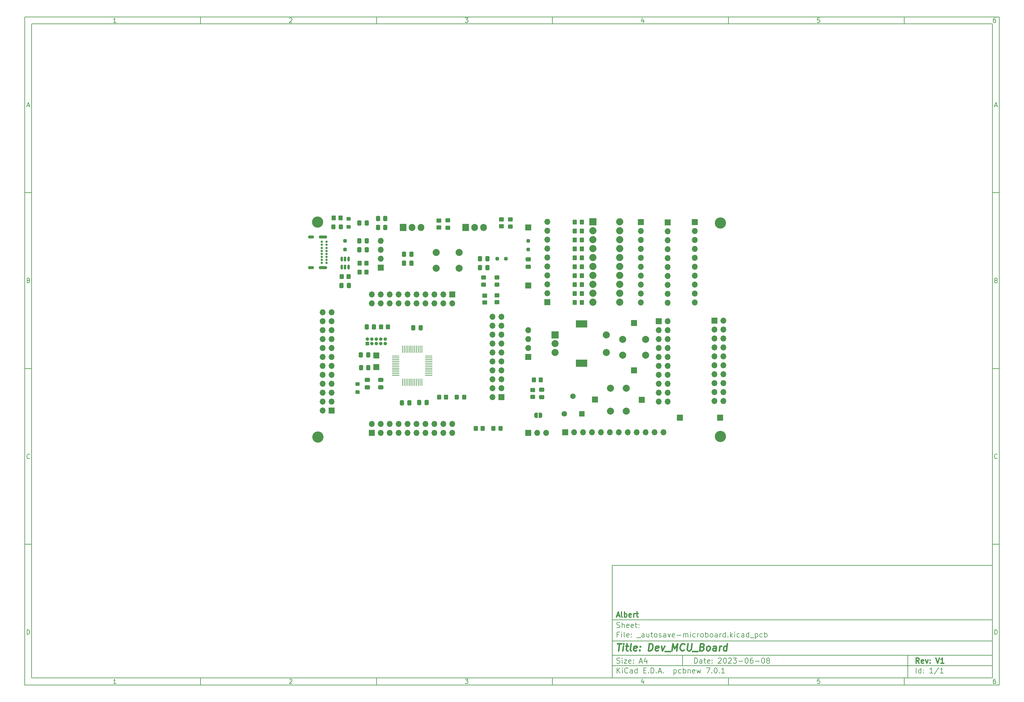
<source format=gbr>
%TF.GenerationSoftware,KiCad,Pcbnew,7.0.1*%
%TF.CreationDate,2023-06-08T12:37:54+02:00*%
%TF.ProjectId,_autosave-microboard,5f617574-6f73-4617-9665-2d6d6963726f,V1*%
%TF.SameCoordinates,Original*%
%TF.FileFunction,Soldermask,Top*%
%TF.FilePolarity,Negative*%
%FSLAX46Y46*%
G04 Gerber Fmt 4.6, Leading zero omitted, Abs format (unit mm)*
G04 Created by KiCad (PCBNEW 7.0.1) date 2023-06-08 12:37:54*
%MOMM*%
%LPD*%
G01*
G04 APERTURE LIST*
G04 Aperture macros list*
%AMRoundRect*
0 Rectangle with rounded corners*
0 $1 Rounding radius*
0 $2 $3 $4 $5 $6 $7 $8 $9 X,Y pos of 4 corners*
0 Add a 4 corners polygon primitive as box body*
4,1,4,$2,$3,$4,$5,$6,$7,$8,$9,$2,$3,0*
0 Add four circle primitives for the rounded corners*
1,1,$1+$1,$2,$3*
1,1,$1+$1,$4,$5*
1,1,$1+$1,$6,$7*
1,1,$1+$1,$8,$9*
0 Add four rect primitives between the rounded corners*
20,1,$1+$1,$2,$3,$4,$5,0*
20,1,$1+$1,$4,$5,$6,$7,0*
20,1,$1+$1,$6,$7,$8,$9,0*
20,1,$1+$1,$8,$9,$2,$3,0*%
%AMFreePoly0*
4,1,19,0.500000,-0.750000,0.000000,-0.750000,0.000000,-0.744911,-0.071157,-0.744911,-0.207708,-0.704816,-0.327430,-0.627875,-0.420627,-0.520320,-0.479746,-0.390866,-0.500000,-0.250000,-0.500000,0.250000,-0.479746,0.390866,-0.420627,0.520320,-0.327430,0.627875,-0.207708,0.704816,-0.071157,0.744911,0.000000,0.744911,0.000000,0.750000,0.500000,0.750000,0.500000,-0.750000,0.500000,-0.750000,
$1*%
%AMFreePoly1*
4,1,19,0.000000,0.744911,0.071157,0.744911,0.207708,0.704816,0.327430,0.627875,0.420627,0.520320,0.479746,0.390866,0.500000,0.250000,0.500000,-0.250000,0.479746,-0.390866,0.420627,-0.520320,0.327430,-0.627875,0.207708,-0.704816,0.071157,-0.744911,0.000000,-0.744911,0.000000,-0.750000,-0.500000,-0.750000,-0.500000,0.750000,0.000000,0.750000,0.000000,0.744911,0.000000,0.744911,
$1*%
G04 Aperture macros list end*
%ADD10C,0.100000*%
%ADD11C,0.150000*%
%ADD12C,0.300000*%
%ADD13C,0.400000*%
%ADD14R,1.700000X1.700000*%
%ADD15O,1.700000X1.700000*%
%ADD16RoundRect,0.250000X-0.350000X0.275000X-0.350000X-0.275000X0.350000X-0.275000X0.350000X0.275000X0*%
%ADD17R,2.000000X0.250000*%
%ADD18R,0.250000X2.000000*%
%ADD19C,3.200000*%
%ADD20RoundRect,0.250000X-0.450000X0.350000X-0.450000X-0.350000X0.450000X-0.350000X0.450000X0.350000X0*%
%ADD21RoundRect,0.250000X-0.337500X-0.475000X0.337500X-0.475000X0.337500X0.475000X-0.337500X0.475000X0*%
%ADD22RoundRect,0.250000X-0.350000X-0.450000X0.350000X-0.450000X0.350000X0.450000X-0.350000X0.450000X0*%
%ADD23C,2.000000*%
%ADD24RoundRect,0.250000X-0.250000X0.250000X-0.250000X-0.250000X0.250000X-0.250000X0.250000X0.250000X0*%
%ADD25RoundRect,0.250000X0.350000X0.450000X-0.350000X0.450000X-0.350000X-0.450000X0.350000X-0.450000X0*%
%ADD26RoundRect,0.250000X-0.475000X0.337500X-0.475000X-0.337500X0.475000X-0.337500X0.475000X0.337500X0*%
%ADD27C,0.650000*%
%ADD28O,1.700000X0.900000*%
%ADD29O,2.400000X0.900000*%
%ADD30R,2.032000X2.032000*%
%ADD31C,2.032000*%
%ADD32R,1.905000X2.000000*%
%ADD33O,1.905000X2.000000*%
%ADD34R,2.000000X2.000000*%
%ADD35R,3.200000X2.000000*%
%ADD36RoundRect,0.250000X0.325000X0.450000X-0.325000X0.450000X-0.325000X-0.450000X0.325000X-0.450000X0*%
%ADD37RoundRect,0.150000X0.150000X-0.512500X0.150000X0.512500X-0.150000X0.512500X-0.150000X-0.512500X0*%
%ADD38RoundRect,0.250000X0.337500X0.475000X-0.337500X0.475000X-0.337500X-0.475000X0.337500X-0.475000X0*%
%ADD39RoundRect,0.250000X0.350000X-0.275000X0.350000X0.275000X-0.350000X0.275000X-0.350000X-0.275000X0*%
%ADD40R,1.560000X1.560000*%
%ADD41C,1.560000*%
%ADD42RoundRect,0.250000X0.250000X-0.250000X0.250000X0.250000X-0.250000X0.250000X-0.250000X-0.250000X0*%
%ADD43R,1.000000X1.000000*%
%ADD44O,1.000000X1.000000*%
%ADD45RoundRect,0.250000X0.450000X-0.325000X0.450000X0.325000X-0.450000X0.325000X-0.450000X-0.325000X0*%
%ADD46RoundRect,0.250000X0.250000X0.250000X-0.250000X0.250000X-0.250000X-0.250000X0.250000X-0.250000X0*%
%ADD47R,1.800000X1.750000*%
%ADD48RoundRect,0.250000X0.450000X-0.350000X0.450000X0.350000X-0.450000X0.350000X-0.450000X-0.350000X0*%
%ADD49RoundRect,0.250000X-0.450000X0.325000X-0.450000X-0.325000X0.450000X-0.325000X0.450000X0.325000X0*%
%ADD50RoundRect,0.250000X0.475000X-0.337500X0.475000X0.337500X-0.475000X0.337500X-0.475000X-0.337500X0*%
%ADD51RoundRect,0.250000X-0.325000X-0.450000X0.325000X-0.450000X0.325000X0.450000X-0.325000X0.450000X0*%
%ADD52FreePoly0,180.000000*%
%ADD53FreePoly1,180.000000*%
G04 APERTURE END LIST*
D10*
D11*
X177002200Y-166007200D02*
X285002200Y-166007200D01*
X285002200Y-198007200D01*
X177002200Y-198007200D01*
X177002200Y-166007200D01*
D10*
D11*
X10000000Y-10000000D02*
X287002200Y-10000000D01*
X287002200Y-200007200D01*
X10000000Y-200007200D01*
X10000000Y-10000000D01*
D10*
D11*
X12000000Y-12000000D02*
X285002200Y-12000000D01*
X285002200Y-198007200D01*
X12000000Y-198007200D01*
X12000000Y-12000000D01*
D10*
D11*
X60000000Y-12000000D02*
X60000000Y-10000000D01*
D10*
D11*
X110000000Y-12000000D02*
X110000000Y-10000000D01*
D10*
D11*
X160000000Y-12000000D02*
X160000000Y-10000000D01*
D10*
D11*
X210000000Y-12000000D02*
X210000000Y-10000000D01*
D10*
D11*
X260000000Y-12000000D02*
X260000000Y-10000000D01*
D10*
D11*
X35990476Y-11601404D02*
X35247619Y-11601404D01*
X35619047Y-11601404D02*
X35619047Y-10301404D01*
X35619047Y-10301404D02*
X35495238Y-10487119D01*
X35495238Y-10487119D02*
X35371428Y-10610928D01*
X35371428Y-10610928D02*
X35247619Y-10672833D01*
D10*
D11*
X85247619Y-10425214D02*
X85309523Y-10363309D01*
X85309523Y-10363309D02*
X85433333Y-10301404D01*
X85433333Y-10301404D02*
X85742857Y-10301404D01*
X85742857Y-10301404D02*
X85866666Y-10363309D01*
X85866666Y-10363309D02*
X85928571Y-10425214D01*
X85928571Y-10425214D02*
X85990476Y-10549023D01*
X85990476Y-10549023D02*
X85990476Y-10672833D01*
X85990476Y-10672833D02*
X85928571Y-10858547D01*
X85928571Y-10858547D02*
X85185714Y-11601404D01*
X85185714Y-11601404D02*
X85990476Y-11601404D01*
D10*
D11*
X135185714Y-10301404D02*
X135990476Y-10301404D01*
X135990476Y-10301404D02*
X135557142Y-10796642D01*
X135557142Y-10796642D02*
X135742857Y-10796642D01*
X135742857Y-10796642D02*
X135866666Y-10858547D01*
X135866666Y-10858547D02*
X135928571Y-10920452D01*
X135928571Y-10920452D02*
X135990476Y-11044261D01*
X135990476Y-11044261D02*
X135990476Y-11353785D01*
X135990476Y-11353785D02*
X135928571Y-11477595D01*
X135928571Y-11477595D02*
X135866666Y-11539500D01*
X135866666Y-11539500D02*
X135742857Y-11601404D01*
X135742857Y-11601404D02*
X135371428Y-11601404D01*
X135371428Y-11601404D02*
X135247619Y-11539500D01*
X135247619Y-11539500D02*
X135185714Y-11477595D01*
D10*
D11*
X185866666Y-10734738D02*
X185866666Y-11601404D01*
X185557142Y-10239500D02*
X185247619Y-11168071D01*
X185247619Y-11168071D02*
X186052380Y-11168071D01*
D10*
D11*
X235928571Y-10301404D02*
X235309523Y-10301404D01*
X235309523Y-10301404D02*
X235247619Y-10920452D01*
X235247619Y-10920452D02*
X235309523Y-10858547D01*
X235309523Y-10858547D02*
X235433333Y-10796642D01*
X235433333Y-10796642D02*
X235742857Y-10796642D01*
X235742857Y-10796642D02*
X235866666Y-10858547D01*
X235866666Y-10858547D02*
X235928571Y-10920452D01*
X235928571Y-10920452D02*
X235990476Y-11044261D01*
X235990476Y-11044261D02*
X235990476Y-11353785D01*
X235990476Y-11353785D02*
X235928571Y-11477595D01*
X235928571Y-11477595D02*
X235866666Y-11539500D01*
X235866666Y-11539500D02*
X235742857Y-11601404D01*
X235742857Y-11601404D02*
X235433333Y-11601404D01*
X235433333Y-11601404D02*
X235309523Y-11539500D01*
X235309523Y-11539500D02*
X235247619Y-11477595D01*
D10*
D11*
X285866666Y-10301404D02*
X285619047Y-10301404D01*
X285619047Y-10301404D02*
X285495238Y-10363309D01*
X285495238Y-10363309D02*
X285433333Y-10425214D01*
X285433333Y-10425214D02*
X285309523Y-10610928D01*
X285309523Y-10610928D02*
X285247619Y-10858547D01*
X285247619Y-10858547D02*
X285247619Y-11353785D01*
X285247619Y-11353785D02*
X285309523Y-11477595D01*
X285309523Y-11477595D02*
X285371428Y-11539500D01*
X285371428Y-11539500D02*
X285495238Y-11601404D01*
X285495238Y-11601404D02*
X285742857Y-11601404D01*
X285742857Y-11601404D02*
X285866666Y-11539500D01*
X285866666Y-11539500D02*
X285928571Y-11477595D01*
X285928571Y-11477595D02*
X285990476Y-11353785D01*
X285990476Y-11353785D02*
X285990476Y-11044261D01*
X285990476Y-11044261D02*
X285928571Y-10920452D01*
X285928571Y-10920452D02*
X285866666Y-10858547D01*
X285866666Y-10858547D02*
X285742857Y-10796642D01*
X285742857Y-10796642D02*
X285495238Y-10796642D01*
X285495238Y-10796642D02*
X285371428Y-10858547D01*
X285371428Y-10858547D02*
X285309523Y-10920452D01*
X285309523Y-10920452D02*
X285247619Y-11044261D01*
D10*
D11*
X60000000Y-198007200D02*
X60000000Y-200007200D01*
D10*
D11*
X110000000Y-198007200D02*
X110000000Y-200007200D01*
D10*
D11*
X160000000Y-198007200D02*
X160000000Y-200007200D01*
D10*
D11*
X210000000Y-198007200D02*
X210000000Y-200007200D01*
D10*
D11*
X260000000Y-198007200D02*
X260000000Y-200007200D01*
D10*
D11*
X35990476Y-199608604D02*
X35247619Y-199608604D01*
X35619047Y-199608604D02*
X35619047Y-198308604D01*
X35619047Y-198308604D02*
X35495238Y-198494319D01*
X35495238Y-198494319D02*
X35371428Y-198618128D01*
X35371428Y-198618128D02*
X35247619Y-198680033D01*
D10*
D11*
X85247619Y-198432414D02*
X85309523Y-198370509D01*
X85309523Y-198370509D02*
X85433333Y-198308604D01*
X85433333Y-198308604D02*
X85742857Y-198308604D01*
X85742857Y-198308604D02*
X85866666Y-198370509D01*
X85866666Y-198370509D02*
X85928571Y-198432414D01*
X85928571Y-198432414D02*
X85990476Y-198556223D01*
X85990476Y-198556223D02*
X85990476Y-198680033D01*
X85990476Y-198680033D02*
X85928571Y-198865747D01*
X85928571Y-198865747D02*
X85185714Y-199608604D01*
X85185714Y-199608604D02*
X85990476Y-199608604D01*
D10*
D11*
X135185714Y-198308604D02*
X135990476Y-198308604D01*
X135990476Y-198308604D02*
X135557142Y-198803842D01*
X135557142Y-198803842D02*
X135742857Y-198803842D01*
X135742857Y-198803842D02*
X135866666Y-198865747D01*
X135866666Y-198865747D02*
X135928571Y-198927652D01*
X135928571Y-198927652D02*
X135990476Y-199051461D01*
X135990476Y-199051461D02*
X135990476Y-199360985D01*
X135990476Y-199360985D02*
X135928571Y-199484795D01*
X135928571Y-199484795D02*
X135866666Y-199546700D01*
X135866666Y-199546700D02*
X135742857Y-199608604D01*
X135742857Y-199608604D02*
X135371428Y-199608604D01*
X135371428Y-199608604D02*
X135247619Y-199546700D01*
X135247619Y-199546700D02*
X135185714Y-199484795D01*
D10*
D11*
X185866666Y-198741938D02*
X185866666Y-199608604D01*
X185557142Y-198246700D02*
X185247619Y-199175271D01*
X185247619Y-199175271D02*
X186052380Y-199175271D01*
D10*
D11*
X235928571Y-198308604D02*
X235309523Y-198308604D01*
X235309523Y-198308604D02*
X235247619Y-198927652D01*
X235247619Y-198927652D02*
X235309523Y-198865747D01*
X235309523Y-198865747D02*
X235433333Y-198803842D01*
X235433333Y-198803842D02*
X235742857Y-198803842D01*
X235742857Y-198803842D02*
X235866666Y-198865747D01*
X235866666Y-198865747D02*
X235928571Y-198927652D01*
X235928571Y-198927652D02*
X235990476Y-199051461D01*
X235990476Y-199051461D02*
X235990476Y-199360985D01*
X235990476Y-199360985D02*
X235928571Y-199484795D01*
X235928571Y-199484795D02*
X235866666Y-199546700D01*
X235866666Y-199546700D02*
X235742857Y-199608604D01*
X235742857Y-199608604D02*
X235433333Y-199608604D01*
X235433333Y-199608604D02*
X235309523Y-199546700D01*
X235309523Y-199546700D02*
X235247619Y-199484795D01*
D10*
D11*
X285866666Y-198308604D02*
X285619047Y-198308604D01*
X285619047Y-198308604D02*
X285495238Y-198370509D01*
X285495238Y-198370509D02*
X285433333Y-198432414D01*
X285433333Y-198432414D02*
X285309523Y-198618128D01*
X285309523Y-198618128D02*
X285247619Y-198865747D01*
X285247619Y-198865747D02*
X285247619Y-199360985D01*
X285247619Y-199360985D02*
X285309523Y-199484795D01*
X285309523Y-199484795D02*
X285371428Y-199546700D01*
X285371428Y-199546700D02*
X285495238Y-199608604D01*
X285495238Y-199608604D02*
X285742857Y-199608604D01*
X285742857Y-199608604D02*
X285866666Y-199546700D01*
X285866666Y-199546700D02*
X285928571Y-199484795D01*
X285928571Y-199484795D02*
X285990476Y-199360985D01*
X285990476Y-199360985D02*
X285990476Y-199051461D01*
X285990476Y-199051461D02*
X285928571Y-198927652D01*
X285928571Y-198927652D02*
X285866666Y-198865747D01*
X285866666Y-198865747D02*
X285742857Y-198803842D01*
X285742857Y-198803842D02*
X285495238Y-198803842D01*
X285495238Y-198803842D02*
X285371428Y-198865747D01*
X285371428Y-198865747D02*
X285309523Y-198927652D01*
X285309523Y-198927652D02*
X285247619Y-199051461D01*
D10*
D11*
X10000000Y-60000000D02*
X12000000Y-60000000D01*
D10*
D11*
X10000000Y-110000000D02*
X12000000Y-110000000D01*
D10*
D11*
X10000000Y-160000000D02*
X12000000Y-160000000D01*
D10*
D11*
X10690476Y-35229976D02*
X11309523Y-35229976D01*
X10566666Y-35601404D02*
X10999999Y-34301404D01*
X10999999Y-34301404D02*
X11433333Y-35601404D01*
D10*
D11*
X11092857Y-84920452D02*
X11278571Y-84982357D01*
X11278571Y-84982357D02*
X11340476Y-85044261D01*
X11340476Y-85044261D02*
X11402380Y-85168071D01*
X11402380Y-85168071D02*
X11402380Y-85353785D01*
X11402380Y-85353785D02*
X11340476Y-85477595D01*
X11340476Y-85477595D02*
X11278571Y-85539500D01*
X11278571Y-85539500D02*
X11154761Y-85601404D01*
X11154761Y-85601404D02*
X10659523Y-85601404D01*
X10659523Y-85601404D02*
X10659523Y-84301404D01*
X10659523Y-84301404D02*
X11092857Y-84301404D01*
X11092857Y-84301404D02*
X11216666Y-84363309D01*
X11216666Y-84363309D02*
X11278571Y-84425214D01*
X11278571Y-84425214D02*
X11340476Y-84549023D01*
X11340476Y-84549023D02*
X11340476Y-84672833D01*
X11340476Y-84672833D02*
X11278571Y-84796642D01*
X11278571Y-84796642D02*
X11216666Y-84858547D01*
X11216666Y-84858547D02*
X11092857Y-84920452D01*
X11092857Y-84920452D02*
X10659523Y-84920452D01*
D10*
D11*
X11402380Y-135477595D02*
X11340476Y-135539500D01*
X11340476Y-135539500D02*
X11154761Y-135601404D01*
X11154761Y-135601404D02*
X11030952Y-135601404D01*
X11030952Y-135601404D02*
X10845238Y-135539500D01*
X10845238Y-135539500D02*
X10721428Y-135415690D01*
X10721428Y-135415690D02*
X10659523Y-135291880D01*
X10659523Y-135291880D02*
X10597619Y-135044261D01*
X10597619Y-135044261D02*
X10597619Y-134858547D01*
X10597619Y-134858547D02*
X10659523Y-134610928D01*
X10659523Y-134610928D02*
X10721428Y-134487119D01*
X10721428Y-134487119D02*
X10845238Y-134363309D01*
X10845238Y-134363309D02*
X11030952Y-134301404D01*
X11030952Y-134301404D02*
X11154761Y-134301404D01*
X11154761Y-134301404D02*
X11340476Y-134363309D01*
X11340476Y-134363309D02*
X11402380Y-134425214D01*
D10*
D11*
X10659523Y-185601404D02*
X10659523Y-184301404D01*
X10659523Y-184301404D02*
X10969047Y-184301404D01*
X10969047Y-184301404D02*
X11154761Y-184363309D01*
X11154761Y-184363309D02*
X11278571Y-184487119D01*
X11278571Y-184487119D02*
X11340476Y-184610928D01*
X11340476Y-184610928D02*
X11402380Y-184858547D01*
X11402380Y-184858547D02*
X11402380Y-185044261D01*
X11402380Y-185044261D02*
X11340476Y-185291880D01*
X11340476Y-185291880D02*
X11278571Y-185415690D01*
X11278571Y-185415690D02*
X11154761Y-185539500D01*
X11154761Y-185539500D02*
X10969047Y-185601404D01*
X10969047Y-185601404D02*
X10659523Y-185601404D01*
D10*
D11*
X287002200Y-60000000D02*
X285002200Y-60000000D01*
D10*
D11*
X287002200Y-110000000D02*
X285002200Y-110000000D01*
D10*
D11*
X287002200Y-160000000D02*
X285002200Y-160000000D01*
D10*
D11*
X285692676Y-35229976D02*
X286311723Y-35229976D01*
X285568866Y-35601404D02*
X286002199Y-34301404D01*
X286002199Y-34301404D02*
X286435533Y-35601404D01*
D10*
D11*
X286095057Y-84920452D02*
X286280771Y-84982357D01*
X286280771Y-84982357D02*
X286342676Y-85044261D01*
X286342676Y-85044261D02*
X286404580Y-85168071D01*
X286404580Y-85168071D02*
X286404580Y-85353785D01*
X286404580Y-85353785D02*
X286342676Y-85477595D01*
X286342676Y-85477595D02*
X286280771Y-85539500D01*
X286280771Y-85539500D02*
X286156961Y-85601404D01*
X286156961Y-85601404D02*
X285661723Y-85601404D01*
X285661723Y-85601404D02*
X285661723Y-84301404D01*
X285661723Y-84301404D02*
X286095057Y-84301404D01*
X286095057Y-84301404D02*
X286218866Y-84363309D01*
X286218866Y-84363309D02*
X286280771Y-84425214D01*
X286280771Y-84425214D02*
X286342676Y-84549023D01*
X286342676Y-84549023D02*
X286342676Y-84672833D01*
X286342676Y-84672833D02*
X286280771Y-84796642D01*
X286280771Y-84796642D02*
X286218866Y-84858547D01*
X286218866Y-84858547D02*
X286095057Y-84920452D01*
X286095057Y-84920452D02*
X285661723Y-84920452D01*
D10*
D11*
X286404580Y-135477595D02*
X286342676Y-135539500D01*
X286342676Y-135539500D02*
X286156961Y-135601404D01*
X286156961Y-135601404D02*
X286033152Y-135601404D01*
X286033152Y-135601404D02*
X285847438Y-135539500D01*
X285847438Y-135539500D02*
X285723628Y-135415690D01*
X285723628Y-135415690D02*
X285661723Y-135291880D01*
X285661723Y-135291880D02*
X285599819Y-135044261D01*
X285599819Y-135044261D02*
X285599819Y-134858547D01*
X285599819Y-134858547D02*
X285661723Y-134610928D01*
X285661723Y-134610928D02*
X285723628Y-134487119D01*
X285723628Y-134487119D02*
X285847438Y-134363309D01*
X285847438Y-134363309D02*
X286033152Y-134301404D01*
X286033152Y-134301404D02*
X286156961Y-134301404D01*
X286156961Y-134301404D02*
X286342676Y-134363309D01*
X286342676Y-134363309D02*
X286404580Y-134425214D01*
D10*
D11*
X285661723Y-185601404D02*
X285661723Y-184301404D01*
X285661723Y-184301404D02*
X285971247Y-184301404D01*
X285971247Y-184301404D02*
X286156961Y-184363309D01*
X286156961Y-184363309D02*
X286280771Y-184487119D01*
X286280771Y-184487119D02*
X286342676Y-184610928D01*
X286342676Y-184610928D02*
X286404580Y-184858547D01*
X286404580Y-184858547D02*
X286404580Y-185044261D01*
X286404580Y-185044261D02*
X286342676Y-185291880D01*
X286342676Y-185291880D02*
X286280771Y-185415690D01*
X286280771Y-185415690D02*
X286156961Y-185539500D01*
X286156961Y-185539500D02*
X285971247Y-185601404D01*
X285971247Y-185601404D02*
X285661723Y-185601404D01*
D10*
D11*
X200359342Y-193801128D02*
X200359342Y-192301128D01*
X200359342Y-192301128D02*
X200716485Y-192301128D01*
X200716485Y-192301128D02*
X200930771Y-192372557D01*
X200930771Y-192372557D02*
X201073628Y-192515414D01*
X201073628Y-192515414D02*
X201145057Y-192658271D01*
X201145057Y-192658271D02*
X201216485Y-192943985D01*
X201216485Y-192943985D02*
X201216485Y-193158271D01*
X201216485Y-193158271D02*
X201145057Y-193443985D01*
X201145057Y-193443985D02*
X201073628Y-193586842D01*
X201073628Y-193586842D02*
X200930771Y-193729700D01*
X200930771Y-193729700D02*
X200716485Y-193801128D01*
X200716485Y-193801128D02*
X200359342Y-193801128D01*
X202502200Y-193801128D02*
X202502200Y-193015414D01*
X202502200Y-193015414D02*
X202430771Y-192872557D01*
X202430771Y-192872557D02*
X202287914Y-192801128D01*
X202287914Y-192801128D02*
X202002200Y-192801128D01*
X202002200Y-192801128D02*
X201859342Y-192872557D01*
X202502200Y-193729700D02*
X202359342Y-193801128D01*
X202359342Y-193801128D02*
X202002200Y-193801128D01*
X202002200Y-193801128D02*
X201859342Y-193729700D01*
X201859342Y-193729700D02*
X201787914Y-193586842D01*
X201787914Y-193586842D02*
X201787914Y-193443985D01*
X201787914Y-193443985D02*
X201859342Y-193301128D01*
X201859342Y-193301128D02*
X202002200Y-193229700D01*
X202002200Y-193229700D02*
X202359342Y-193229700D01*
X202359342Y-193229700D02*
X202502200Y-193158271D01*
X203002200Y-192801128D02*
X203573628Y-192801128D01*
X203216485Y-192301128D02*
X203216485Y-193586842D01*
X203216485Y-193586842D02*
X203287914Y-193729700D01*
X203287914Y-193729700D02*
X203430771Y-193801128D01*
X203430771Y-193801128D02*
X203573628Y-193801128D01*
X204645057Y-193729700D02*
X204502200Y-193801128D01*
X204502200Y-193801128D02*
X204216486Y-193801128D01*
X204216486Y-193801128D02*
X204073628Y-193729700D01*
X204073628Y-193729700D02*
X204002200Y-193586842D01*
X204002200Y-193586842D02*
X204002200Y-193015414D01*
X204002200Y-193015414D02*
X204073628Y-192872557D01*
X204073628Y-192872557D02*
X204216486Y-192801128D01*
X204216486Y-192801128D02*
X204502200Y-192801128D01*
X204502200Y-192801128D02*
X204645057Y-192872557D01*
X204645057Y-192872557D02*
X204716486Y-193015414D01*
X204716486Y-193015414D02*
X204716486Y-193158271D01*
X204716486Y-193158271D02*
X204002200Y-193301128D01*
X205359342Y-193658271D02*
X205430771Y-193729700D01*
X205430771Y-193729700D02*
X205359342Y-193801128D01*
X205359342Y-193801128D02*
X205287914Y-193729700D01*
X205287914Y-193729700D02*
X205359342Y-193658271D01*
X205359342Y-193658271D02*
X205359342Y-193801128D01*
X205359342Y-192872557D02*
X205430771Y-192943985D01*
X205430771Y-192943985D02*
X205359342Y-193015414D01*
X205359342Y-193015414D02*
X205287914Y-192943985D01*
X205287914Y-192943985D02*
X205359342Y-192872557D01*
X205359342Y-192872557D02*
X205359342Y-193015414D01*
X207145057Y-192443985D02*
X207216485Y-192372557D01*
X207216485Y-192372557D02*
X207359343Y-192301128D01*
X207359343Y-192301128D02*
X207716485Y-192301128D01*
X207716485Y-192301128D02*
X207859343Y-192372557D01*
X207859343Y-192372557D02*
X207930771Y-192443985D01*
X207930771Y-192443985D02*
X208002200Y-192586842D01*
X208002200Y-192586842D02*
X208002200Y-192729700D01*
X208002200Y-192729700D02*
X207930771Y-192943985D01*
X207930771Y-192943985D02*
X207073628Y-193801128D01*
X207073628Y-193801128D02*
X208002200Y-193801128D01*
X208930771Y-192301128D02*
X209073628Y-192301128D01*
X209073628Y-192301128D02*
X209216485Y-192372557D01*
X209216485Y-192372557D02*
X209287914Y-192443985D01*
X209287914Y-192443985D02*
X209359342Y-192586842D01*
X209359342Y-192586842D02*
X209430771Y-192872557D01*
X209430771Y-192872557D02*
X209430771Y-193229700D01*
X209430771Y-193229700D02*
X209359342Y-193515414D01*
X209359342Y-193515414D02*
X209287914Y-193658271D01*
X209287914Y-193658271D02*
X209216485Y-193729700D01*
X209216485Y-193729700D02*
X209073628Y-193801128D01*
X209073628Y-193801128D02*
X208930771Y-193801128D01*
X208930771Y-193801128D02*
X208787914Y-193729700D01*
X208787914Y-193729700D02*
X208716485Y-193658271D01*
X208716485Y-193658271D02*
X208645056Y-193515414D01*
X208645056Y-193515414D02*
X208573628Y-193229700D01*
X208573628Y-193229700D02*
X208573628Y-192872557D01*
X208573628Y-192872557D02*
X208645056Y-192586842D01*
X208645056Y-192586842D02*
X208716485Y-192443985D01*
X208716485Y-192443985D02*
X208787914Y-192372557D01*
X208787914Y-192372557D02*
X208930771Y-192301128D01*
X210002199Y-192443985D02*
X210073627Y-192372557D01*
X210073627Y-192372557D02*
X210216485Y-192301128D01*
X210216485Y-192301128D02*
X210573627Y-192301128D01*
X210573627Y-192301128D02*
X210716485Y-192372557D01*
X210716485Y-192372557D02*
X210787913Y-192443985D01*
X210787913Y-192443985D02*
X210859342Y-192586842D01*
X210859342Y-192586842D02*
X210859342Y-192729700D01*
X210859342Y-192729700D02*
X210787913Y-192943985D01*
X210787913Y-192943985D02*
X209930770Y-193801128D01*
X209930770Y-193801128D02*
X210859342Y-193801128D01*
X211359341Y-192301128D02*
X212287913Y-192301128D01*
X212287913Y-192301128D02*
X211787913Y-192872557D01*
X211787913Y-192872557D02*
X212002198Y-192872557D01*
X212002198Y-192872557D02*
X212145056Y-192943985D01*
X212145056Y-192943985D02*
X212216484Y-193015414D01*
X212216484Y-193015414D02*
X212287913Y-193158271D01*
X212287913Y-193158271D02*
X212287913Y-193515414D01*
X212287913Y-193515414D02*
X212216484Y-193658271D01*
X212216484Y-193658271D02*
X212145056Y-193729700D01*
X212145056Y-193729700D02*
X212002198Y-193801128D01*
X212002198Y-193801128D02*
X211573627Y-193801128D01*
X211573627Y-193801128D02*
X211430770Y-193729700D01*
X211430770Y-193729700D02*
X211359341Y-193658271D01*
X212930769Y-193229700D02*
X214073627Y-193229700D01*
X215073627Y-192301128D02*
X215216484Y-192301128D01*
X215216484Y-192301128D02*
X215359341Y-192372557D01*
X215359341Y-192372557D02*
X215430770Y-192443985D01*
X215430770Y-192443985D02*
X215502198Y-192586842D01*
X215502198Y-192586842D02*
X215573627Y-192872557D01*
X215573627Y-192872557D02*
X215573627Y-193229700D01*
X215573627Y-193229700D02*
X215502198Y-193515414D01*
X215502198Y-193515414D02*
X215430770Y-193658271D01*
X215430770Y-193658271D02*
X215359341Y-193729700D01*
X215359341Y-193729700D02*
X215216484Y-193801128D01*
X215216484Y-193801128D02*
X215073627Y-193801128D01*
X215073627Y-193801128D02*
X214930770Y-193729700D01*
X214930770Y-193729700D02*
X214859341Y-193658271D01*
X214859341Y-193658271D02*
X214787912Y-193515414D01*
X214787912Y-193515414D02*
X214716484Y-193229700D01*
X214716484Y-193229700D02*
X214716484Y-192872557D01*
X214716484Y-192872557D02*
X214787912Y-192586842D01*
X214787912Y-192586842D02*
X214859341Y-192443985D01*
X214859341Y-192443985D02*
X214930770Y-192372557D01*
X214930770Y-192372557D02*
X215073627Y-192301128D01*
X216859341Y-192301128D02*
X216573626Y-192301128D01*
X216573626Y-192301128D02*
X216430769Y-192372557D01*
X216430769Y-192372557D02*
X216359341Y-192443985D01*
X216359341Y-192443985D02*
X216216483Y-192658271D01*
X216216483Y-192658271D02*
X216145055Y-192943985D01*
X216145055Y-192943985D02*
X216145055Y-193515414D01*
X216145055Y-193515414D02*
X216216483Y-193658271D01*
X216216483Y-193658271D02*
X216287912Y-193729700D01*
X216287912Y-193729700D02*
X216430769Y-193801128D01*
X216430769Y-193801128D02*
X216716483Y-193801128D01*
X216716483Y-193801128D02*
X216859341Y-193729700D01*
X216859341Y-193729700D02*
X216930769Y-193658271D01*
X216930769Y-193658271D02*
X217002198Y-193515414D01*
X217002198Y-193515414D02*
X217002198Y-193158271D01*
X217002198Y-193158271D02*
X216930769Y-193015414D01*
X216930769Y-193015414D02*
X216859341Y-192943985D01*
X216859341Y-192943985D02*
X216716483Y-192872557D01*
X216716483Y-192872557D02*
X216430769Y-192872557D01*
X216430769Y-192872557D02*
X216287912Y-192943985D01*
X216287912Y-192943985D02*
X216216483Y-193015414D01*
X216216483Y-193015414D02*
X216145055Y-193158271D01*
X217645054Y-193229700D02*
X218787912Y-193229700D01*
X219787912Y-192301128D02*
X219930769Y-192301128D01*
X219930769Y-192301128D02*
X220073626Y-192372557D01*
X220073626Y-192372557D02*
X220145055Y-192443985D01*
X220145055Y-192443985D02*
X220216483Y-192586842D01*
X220216483Y-192586842D02*
X220287912Y-192872557D01*
X220287912Y-192872557D02*
X220287912Y-193229700D01*
X220287912Y-193229700D02*
X220216483Y-193515414D01*
X220216483Y-193515414D02*
X220145055Y-193658271D01*
X220145055Y-193658271D02*
X220073626Y-193729700D01*
X220073626Y-193729700D02*
X219930769Y-193801128D01*
X219930769Y-193801128D02*
X219787912Y-193801128D01*
X219787912Y-193801128D02*
X219645055Y-193729700D01*
X219645055Y-193729700D02*
X219573626Y-193658271D01*
X219573626Y-193658271D02*
X219502197Y-193515414D01*
X219502197Y-193515414D02*
X219430769Y-193229700D01*
X219430769Y-193229700D02*
X219430769Y-192872557D01*
X219430769Y-192872557D02*
X219502197Y-192586842D01*
X219502197Y-192586842D02*
X219573626Y-192443985D01*
X219573626Y-192443985D02*
X219645055Y-192372557D01*
X219645055Y-192372557D02*
X219787912Y-192301128D01*
X221145054Y-192943985D02*
X221002197Y-192872557D01*
X221002197Y-192872557D02*
X220930768Y-192801128D01*
X220930768Y-192801128D02*
X220859340Y-192658271D01*
X220859340Y-192658271D02*
X220859340Y-192586842D01*
X220859340Y-192586842D02*
X220930768Y-192443985D01*
X220930768Y-192443985D02*
X221002197Y-192372557D01*
X221002197Y-192372557D02*
X221145054Y-192301128D01*
X221145054Y-192301128D02*
X221430768Y-192301128D01*
X221430768Y-192301128D02*
X221573626Y-192372557D01*
X221573626Y-192372557D02*
X221645054Y-192443985D01*
X221645054Y-192443985D02*
X221716483Y-192586842D01*
X221716483Y-192586842D02*
X221716483Y-192658271D01*
X221716483Y-192658271D02*
X221645054Y-192801128D01*
X221645054Y-192801128D02*
X221573626Y-192872557D01*
X221573626Y-192872557D02*
X221430768Y-192943985D01*
X221430768Y-192943985D02*
X221145054Y-192943985D01*
X221145054Y-192943985D02*
X221002197Y-193015414D01*
X221002197Y-193015414D02*
X220930768Y-193086842D01*
X220930768Y-193086842D02*
X220859340Y-193229700D01*
X220859340Y-193229700D02*
X220859340Y-193515414D01*
X220859340Y-193515414D02*
X220930768Y-193658271D01*
X220930768Y-193658271D02*
X221002197Y-193729700D01*
X221002197Y-193729700D02*
X221145054Y-193801128D01*
X221145054Y-193801128D02*
X221430768Y-193801128D01*
X221430768Y-193801128D02*
X221573626Y-193729700D01*
X221573626Y-193729700D02*
X221645054Y-193658271D01*
X221645054Y-193658271D02*
X221716483Y-193515414D01*
X221716483Y-193515414D02*
X221716483Y-193229700D01*
X221716483Y-193229700D02*
X221645054Y-193086842D01*
X221645054Y-193086842D02*
X221573626Y-193015414D01*
X221573626Y-193015414D02*
X221430768Y-192943985D01*
D10*
D11*
X177002200Y-194507200D02*
X285002200Y-194507200D01*
D10*
D11*
X178359342Y-196601128D02*
X178359342Y-195101128D01*
X179216485Y-196601128D02*
X178573628Y-195743985D01*
X179216485Y-195101128D02*
X178359342Y-195958271D01*
X179859342Y-196601128D02*
X179859342Y-195601128D01*
X179859342Y-195101128D02*
X179787914Y-195172557D01*
X179787914Y-195172557D02*
X179859342Y-195243985D01*
X179859342Y-195243985D02*
X179930771Y-195172557D01*
X179930771Y-195172557D02*
X179859342Y-195101128D01*
X179859342Y-195101128D02*
X179859342Y-195243985D01*
X181430771Y-196458271D02*
X181359343Y-196529700D01*
X181359343Y-196529700D02*
X181145057Y-196601128D01*
X181145057Y-196601128D02*
X181002200Y-196601128D01*
X181002200Y-196601128D02*
X180787914Y-196529700D01*
X180787914Y-196529700D02*
X180645057Y-196386842D01*
X180645057Y-196386842D02*
X180573628Y-196243985D01*
X180573628Y-196243985D02*
X180502200Y-195958271D01*
X180502200Y-195958271D02*
X180502200Y-195743985D01*
X180502200Y-195743985D02*
X180573628Y-195458271D01*
X180573628Y-195458271D02*
X180645057Y-195315414D01*
X180645057Y-195315414D02*
X180787914Y-195172557D01*
X180787914Y-195172557D02*
X181002200Y-195101128D01*
X181002200Y-195101128D02*
X181145057Y-195101128D01*
X181145057Y-195101128D02*
X181359343Y-195172557D01*
X181359343Y-195172557D02*
X181430771Y-195243985D01*
X182716486Y-196601128D02*
X182716486Y-195815414D01*
X182716486Y-195815414D02*
X182645057Y-195672557D01*
X182645057Y-195672557D02*
X182502200Y-195601128D01*
X182502200Y-195601128D02*
X182216486Y-195601128D01*
X182216486Y-195601128D02*
X182073628Y-195672557D01*
X182716486Y-196529700D02*
X182573628Y-196601128D01*
X182573628Y-196601128D02*
X182216486Y-196601128D01*
X182216486Y-196601128D02*
X182073628Y-196529700D01*
X182073628Y-196529700D02*
X182002200Y-196386842D01*
X182002200Y-196386842D02*
X182002200Y-196243985D01*
X182002200Y-196243985D02*
X182073628Y-196101128D01*
X182073628Y-196101128D02*
X182216486Y-196029700D01*
X182216486Y-196029700D02*
X182573628Y-196029700D01*
X182573628Y-196029700D02*
X182716486Y-195958271D01*
X184073629Y-196601128D02*
X184073629Y-195101128D01*
X184073629Y-196529700D02*
X183930771Y-196601128D01*
X183930771Y-196601128D02*
X183645057Y-196601128D01*
X183645057Y-196601128D02*
X183502200Y-196529700D01*
X183502200Y-196529700D02*
X183430771Y-196458271D01*
X183430771Y-196458271D02*
X183359343Y-196315414D01*
X183359343Y-196315414D02*
X183359343Y-195886842D01*
X183359343Y-195886842D02*
X183430771Y-195743985D01*
X183430771Y-195743985D02*
X183502200Y-195672557D01*
X183502200Y-195672557D02*
X183645057Y-195601128D01*
X183645057Y-195601128D02*
X183930771Y-195601128D01*
X183930771Y-195601128D02*
X184073629Y-195672557D01*
X185930771Y-195815414D02*
X186430771Y-195815414D01*
X186645057Y-196601128D02*
X185930771Y-196601128D01*
X185930771Y-196601128D02*
X185930771Y-195101128D01*
X185930771Y-195101128D02*
X186645057Y-195101128D01*
X187287914Y-196458271D02*
X187359343Y-196529700D01*
X187359343Y-196529700D02*
X187287914Y-196601128D01*
X187287914Y-196601128D02*
X187216486Y-196529700D01*
X187216486Y-196529700D02*
X187287914Y-196458271D01*
X187287914Y-196458271D02*
X187287914Y-196601128D01*
X188002200Y-196601128D02*
X188002200Y-195101128D01*
X188002200Y-195101128D02*
X188359343Y-195101128D01*
X188359343Y-195101128D02*
X188573629Y-195172557D01*
X188573629Y-195172557D02*
X188716486Y-195315414D01*
X188716486Y-195315414D02*
X188787915Y-195458271D01*
X188787915Y-195458271D02*
X188859343Y-195743985D01*
X188859343Y-195743985D02*
X188859343Y-195958271D01*
X188859343Y-195958271D02*
X188787915Y-196243985D01*
X188787915Y-196243985D02*
X188716486Y-196386842D01*
X188716486Y-196386842D02*
X188573629Y-196529700D01*
X188573629Y-196529700D02*
X188359343Y-196601128D01*
X188359343Y-196601128D02*
X188002200Y-196601128D01*
X189502200Y-196458271D02*
X189573629Y-196529700D01*
X189573629Y-196529700D02*
X189502200Y-196601128D01*
X189502200Y-196601128D02*
X189430772Y-196529700D01*
X189430772Y-196529700D02*
X189502200Y-196458271D01*
X189502200Y-196458271D02*
X189502200Y-196601128D01*
X190145058Y-196172557D02*
X190859344Y-196172557D01*
X190002201Y-196601128D02*
X190502201Y-195101128D01*
X190502201Y-195101128D02*
X191002201Y-196601128D01*
X191502200Y-196458271D02*
X191573629Y-196529700D01*
X191573629Y-196529700D02*
X191502200Y-196601128D01*
X191502200Y-196601128D02*
X191430772Y-196529700D01*
X191430772Y-196529700D02*
X191502200Y-196458271D01*
X191502200Y-196458271D02*
X191502200Y-196601128D01*
X194502200Y-195601128D02*
X194502200Y-197101128D01*
X194502200Y-195672557D02*
X194645058Y-195601128D01*
X194645058Y-195601128D02*
X194930772Y-195601128D01*
X194930772Y-195601128D02*
X195073629Y-195672557D01*
X195073629Y-195672557D02*
X195145058Y-195743985D01*
X195145058Y-195743985D02*
X195216486Y-195886842D01*
X195216486Y-195886842D02*
X195216486Y-196315414D01*
X195216486Y-196315414D02*
X195145058Y-196458271D01*
X195145058Y-196458271D02*
X195073629Y-196529700D01*
X195073629Y-196529700D02*
X194930772Y-196601128D01*
X194930772Y-196601128D02*
X194645058Y-196601128D01*
X194645058Y-196601128D02*
X194502200Y-196529700D01*
X196502201Y-196529700D02*
X196359343Y-196601128D01*
X196359343Y-196601128D02*
X196073629Y-196601128D01*
X196073629Y-196601128D02*
X195930772Y-196529700D01*
X195930772Y-196529700D02*
X195859343Y-196458271D01*
X195859343Y-196458271D02*
X195787915Y-196315414D01*
X195787915Y-196315414D02*
X195787915Y-195886842D01*
X195787915Y-195886842D02*
X195859343Y-195743985D01*
X195859343Y-195743985D02*
X195930772Y-195672557D01*
X195930772Y-195672557D02*
X196073629Y-195601128D01*
X196073629Y-195601128D02*
X196359343Y-195601128D01*
X196359343Y-195601128D02*
X196502201Y-195672557D01*
X197145057Y-196601128D02*
X197145057Y-195101128D01*
X197145057Y-195672557D02*
X197287915Y-195601128D01*
X197287915Y-195601128D02*
X197573629Y-195601128D01*
X197573629Y-195601128D02*
X197716486Y-195672557D01*
X197716486Y-195672557D02*
X197787915Y-195743985D01*
X197787915Y-195743985D02*
X197859343Y-195886842D01*
X197859343Y-195886842D02*
X197859343Y-196315414D01*
X197859343Y-196315414D02*
X197787915Y-196458271D01*
X197787915Y-196458271D02*
X197716486Y-196529700D01*
X197716486Y-196529700D02*
X197573629Y-196601128D01*
X197573629Y-196601128D02*
X197287915Y-196601128D01*
X197287915Y-196601128D02*
X197145057Y-196529700D01*
X198502200Y-195601128D02*
X198502200Y-196601128D01*
X198502200Y-195743985D02*
X198573629Y-195672557D01*
X198573629Y-195672557D02*
X198716486Y-195601128D01*
X198716486Y-195601128D02*
X198930772Y-195601128D01*
X198930772Y-195601128D02*
X199073629Y-195672557D01*
X199073629Y-195672557D02*
X199145058Y-195815414D01*
X199145058Y-195815414D02*
X199145058Y-196601128D01*
X200430772Y-196529700D02*
X200287915Y-196601128D01*
X200287915Y-196601128D02*
X200002201Y-196601128D01*
X200002201Y-196601128D02*
X199859343Y-196529700D01*
X199859343Y-196529700D02*
X199787915Y-196386842D01*
X199787915Y-196386842D02*
X199787915Y-195815414D01*
X199787915Y-195815414D02*
X199859343Y-195672557D01*
X199859343Y-195672557D02*
X200002201Y-195601128D01*
X200002201Y-195601128D02*
X200287915Y-195601128D01*
X200287915Y-195601128D02*
X200430772Y-195672557D01*
X200430772Y-195672557D02*
X200502201Y-195815414D01*
X200502201Y-195815414D02*
X200502201Y-195958271D01*
X200502201Y-195958271D02*
X199787915Y-196101128D01*
X201002200Y-195601128D02*
X201287915Y-196601128D01*
X201287915Y-196601128D02*
X201573629Y-195886842D01*
X201573629Y-195886842D02*
X201859343Y-196601128D01*
X201859343Y-196601128D02*
X202145057Y-195601128D01*
X203716486Y-195101128D02*
X204716486Y-195101128D01*
X204716486Y-195101128D02*
X204073629Y-196601128D01*
X205287914Y-196458271D02*
X205359343Y-196529700D01*
X205359343Y-196529700D02*
X205287914Y-196601128D01*
X205287914Y-196601128D02*
X205216486Y-196529700D01*
X205216486Y-196529700D02*
X205287914Y-196458271D01*
X205287914Y-196458271D02*
X205287914Y-196601128D01*
X206287915Y-195101128D02*
X206430772Y-195101128D01*
X206430772Y-195101128D02*
X206573629Y-195172557D01*
X206573629Y-195172557D02*
X206645058Y-195243985D01*
X206645058Y-195243985D02*
X206716486Y-195386842D01*
X206716486Y-195386842D02*
X206787915Y-195672557D01*
X206787915Y-195672557D02*
X206787915Y-196029700D01*
X206787915Y-196029700D02*
X206716486Y-196315414D01*
X206716486Y-196315414D02*
X206645058Y-196458271D01*
X206645058Y-196458271D02*
X206573629Y-196529700D01*
X206573629Y-196529700D02*
X206430772Y-196601128D01*
X206430772Y-196601128D02*
X206287915Y-196601128D01*
X206287915Y-196601128D02*
X206145058Y-196529700D01*
X206145058Y-196529700D02*
X206073629Y-196458271D01*
X206073629Y-196458271D02*
X206002200Y-196315414D01*
X206002200Y-196315414D02*
X205930772Y-196029700D01*
X205930772Y-196029700D02*
X205930772Y-195672557D01*
X205930772Y-195672557D02*
X206002200Y-195386842D01*
X206002200Y-195386842D02*
X206073629Y-195243985D01*
X206073629Y-195243985D02*
X206145058Y-195172557D01*
X206145058Y-195172557D02*
X206287915Y-195101128D01*
X207430771Y-196458271D02*
X207502200Y-196529700D01*
X207502200Y-196529700D02*
X207430771Y-196601128D01*
X207430771Y-196601128D02*
X207359343Y-196529700D01*
X207359343Y-196529700D02*
X207430771Y-196458271D01*
X207430771Y-196458271D02*
X207430771Y-196601128D01*
X208930772Y-196601128D02*
X208073629Y-196601128D01*
X208502200Y-196601128D02*
X208502200Y-195101128D01*
X208502200Y-195101128D02*
X208359343Y-195315414D01*
X208359343Y-195315414D02*
X208216486Y-195458271D01*
X208216486Y-195458271D02*
X208073629Y-195529700D01*
D10*
D11*
X177002200Y-191507200D02*
X285002200Y-191507200D01*
D10*
D12*
X264216485Y-193801128D02*
X263716485Y-193086842D01*
X263359342Y-193801128D02*
X263359342Y-192301128D01*
X263359342Y-192301128D02*
X263930771Y-192301128D01*
X263930771Y-192301128D02*
X264073628Y-192372557D01*
X264073628Y-192372557D02*
X264145057Y-192443985D01*
X264145057Y-192443985D02*
X264216485Y-192586842D01*
X264216485Y-192586842D02*
X264216485Y-192801128D01*
X264216485Y-192801128D02*
X264145057Y-192943985D01*
X264145057Y-192943985D02*
X264073628Y-193015414D01*
X264073628Y-193015414D02*
X263930771Y-193086842D01*
X263930771Y-193086842D02*
X263359342Y-193086842D01*
X265430771Y-193729700D02*
X265287914Y-193801128D01*
X265287914Y-193801128D02*
X265002200Y-193801128D01*
X265002200Y-193801128D02*
X264859342Y-193729700D01*
X264859342Y-193729700D02*
X264787914Y-193586842D01*
X264787914Y-193586842D02*
X264787914Y-193015414D01*
X264787914Y-193015414D02*
X264859342Y-192872557D01*
X264859342Y-192872557D02*
X265002200Y-192801128D01*
X265002200Y-192801128D02*
X265287914Y-192801128D01*
X265287914Y-192801128D02*
X265430771Y-192872557D01*
X265430771Y-192872557D02*
X265502200Y-193015414D01*
X265502200Y-193015414D02*
X265502200Y-193158271D01*
X265502200Y-193158271D02*
X264787914Y-193301128D01*
X266002199Y-192801128D02*
X266359342Y-193801128D01*
X266359342Y-193801128D02*
X266716485Y-192801128D01*
X267287913Y-193658271D02*
X267359342Y-193729700D01*
X267359342Y-193729700D02*
X267287913Y-193801128D01*
X267287913Y-193801128D02*
X267216485Y-193729700D01*
X267216485Y-193729700D02*
X267287913Y-193658271D01*
X267287913Y-193658271D02*
X267287913Y-193801128D01*
X267287913Y-192872557D02*
X267359342Y-192943985D01*
X267359342Y-192943985D02*
X267287913Y-193015414D01*
X267287913Y-193015414D02*
X267216485Y-192943985D01*
X267216485Y-192943985D02*
X267287913Y-192872557D01*
X267287913Y-192872557D02*
X267287913Y-193015414D01*
X268930771Y-192301128D02*
X269430771Y-193801128D01*
X269430771Y-193801128D02*
X269930771Y-192301128D01*
X271216485Y-193801128D02*
X270359342Y-193801128D01*
X270787913Y-193801128D02*
X270787913Y-192301128D01*
X270787913Y-192301128D02*
X270645056Y-192515414D01*
X270645056Y-192515414D02*
X270502199Y-192658271D01*
X270502199Y-192658271D02*
X270359342Y-192729700D01*
D10*
D11*
X178287914Y-193729700D02*
X178502200Y-193801128D01*
X178502200Y-193801128D02*
X178859342Y-193801128D01*
X178859342Y-193801128D02*
X179002200Y-193729700D01*
X179002200Y-193729700D02*
X179073628Y-193658271D01*
X179073628Y-193658271D02*
X179145057Y-193515414D01*
X179145057Y-193515414D02*
X179145057Y-193372557D01*
X179145057Y-193372557D02*
X179073628Y-193229700D01*
X179073628Y-193229700D02*
X179002200Y-193158271D01*
X179002200Y-193158271D02*
X178859342Y-193086842D01*
X178859342Y-193086842D02*
X178573628Y-193015414D01*
X178573628Y-193015414D02*
X178430771Y-192943985D01*
X178430771Y-192943985D02*
X178359342Y-192872557D01*
X178359342Y-192872557D02*
X178287914Y-192729700D01*
X178287914Y-192729700D02*
X178287914Y-192586842D01*
X178287914Y-192586842D02*
X178359342Y-192443985D01*
X178359342Y-192443985D02*
X178430771Y-192372557D01*
X178430771Y-192372557D02*
X178573628Y-192301128D01*
X178573628Y-192301128D02*
X178930771Y-192301128D01*
X178930771Y-192301128D02*
X179145057Y-192372557D01*
X179787913Y-193801128D02*
X179787913Y-192801128D01*
X179787913Y-192301128D02*
X179716485Y-192372557D01*
X179716485Y-192372557D02*
X179787913Y-192443985D01*
X179787913Y-192443985D02*
X179859342Y-192372557D01*
X179859342Y-192372557D02*
X179787913Y-192301128D01*
X179787913Y-192301128D02*
X179787913Y-192443985D01*
X180359342Y-192801128D02*
X181145057Y-192801128D01*
X181145057Y-192801128D02*
X180359342Y-193801128D01*
X180359342Y-193801128D02*
X181145057Y-193801128D01*
X182287914Y-193729700D02*
X182145057Y-193801128D01*
X182145057Y-193801128D02*
X181859343Y-193801128D01*
X181859343Y-193801128D02*
X181716485Y-193729700D01*
X181716485Y-193729700D02*
X181645057Y-193586842D01*
X181645057Y-193586842D02*
X181645057Y-193015414D01*
X181645057Y-193015414D02*
X181716485Y-192872557D01*
X181716485Y-192872557D02*
X181859343Y-192801128D01*
X181859343Y-192801128D02*
X182145057Y-192801128D01*
X182145057Y-192801128D02*
X182287914Y-192872557D01*
X182287914Y-192872557D02*
X182359343Y-193015414D01*
X182359343Y-193015414D02*
X182359343Y-193158271D01*
X182359343Y-193158271D02*
X181645057Y-193301128D01*
X183002199Y-193658271D02*
X183073628Y-193729700D01*
X183073628Y-193729700D02*
X183002199Y-193801128D01*
X183002199Y-193801128D02*
X182930771Y-193729700D01*
X182930771Y-193729700D02*
X183002199Y-193658271D01*
X183002199Y-193658271D02*
X183002199Y-193801128D01*
X183002199Y-192872557D02*
X183073628Y-192943985D01*
X183073628Y-192943985D02*
X183002199Y-193015414D01*
X183002199Y-193015414D02*
X182930771Y-192943985D01*
X182930771Y-192943985D02*
X183002199Y-192872557D01*
X183002199Y-192872557D02*
X183002199Y-193015414D01*
X184787914Y-193372557D02*
X185502200Y-193372557D01*
X184645057Y-193801128D02*
X185145057Y-192301128D01*
X185145057Y-192301128D02*
X185645057Y-193801128D01*
X186787914Y-192801128D02*
X186787914Y-193801128D01*
X186430771Y-192229700D02*
X186073628Y-193301128D01*
X186073628Y-193301128D02*
X187002199Y-193301128D01*
D10*
D11*
X263359342Y-196601128D02*
X263359342Y-195101128D01*
X264716486Y-196601128D02*
X264716486Y-195101128D01*
X264716486Y-196529700D02*
X264573628Y-196601128D01*
X264573628Y-196601128D02*
X264287914Y-196601128D01*
X264287914Y-196601128D02*
X264145057Y-196529700D01*
X264145057Y-196529700D02*
X264073628Y-196458271D01*
X264073628Y-196458271D02*
X264002200Y-196315414D01*
X264002200Y-196315414D02*
X264002200Y-195886842D01*
X264002200Y-195886842D02*
X264073628Y-195743985D01*
X264073628Y-195743985D02*
X264145057Y-195672557D01*
X264145057Y-195672557D02*
X264287914Y-195601128D01*
X264287914Y-195601128D02*
X264573628Y-195601128D01*
X264573628Y-195601128D02*
X264716486Y-195672557D01*
X265430771Y-196458271D02*
X265502200Y-196529700D01*
X265502200Y-196529700D02*
X265430771Y-196601128D01*
X265430771Y-196601128D02*
X265359343Y-196529700D01*
X265359343Y-196529700D02*
X265430771Y-196458271D01*
X265430771Y-196458271D02*
X265430771Y-196601128D01*
X265430771Y-195672557D02*
X265502200Y-195743985D01*
X265502200Y-195743985D02*
X265430771Y-195815414D01*
X265430771Y-195815414D02*
X265359343Y-195743985D01*
X265359343Y-195743985D02*
X265430771Y-195672557D01*
X265430771Y-195672557D02*
X265430771Y-195815414D01*
X268073629Y-196601128D02*
X267216486Y-196601128D01*
X267645057Y-196601128D02*
X267645057Y-195101128D01*
X267645057Y-195101128D02*
X267502200Y-195315414D01*
X267502200Y-195315414D02*
X267359343Y-195458271D01*
X267359343Y-195458271D02*
X267216486Y-195529700D01*
X269787914Y-195029700D02*
X268502200Y-196958271D01*
X271073629Y-196601128D02*
X270216486Y-196601128D01*
X270645057Y-196601128D02*
X270645057Y-195101128D01*
X270645057Y-195101128D02*
X270502200Y-195315414D01*
X270502200Y-195315414D02*
X270359343Y-195458271D01*
X270359343Y-195458271D02*
X270216486Y-195529700D01*
D10*
D11*
X177002200Y-187507200D02*
X285002200Y-187507200D01*
D10*
D13*
X178430771Y-188232438D02*
X179573628Y-188232438D01*
X178752200Y-190232438D02*
X179002200Y-188232438D01*
X179978390Y-190232438D02*
X180145057Y-188899104D01*
X180228390Y-188232438D02*
X180121247Y-188327676D01*
X180121247Y-188327676D02*
X180204581Y-188422914D01*
X180204581Y-188422914D02*
X180311724Y-188327676D01*
X180311724Y-188327676D02*
X180228390Y-188232438D01*
X180228390Y-188232438D02*
X180204581Y-188422914D01*
X180799819Y-188899104D02*
X181561723Y-188899104D01*
X181168866Y-188232438D02*
X180954581Y-189946723D01*
X180954581Y-189946723D02*
X181026009Y-190137200D01*
X181026009Y-190137200D02*
X181204581Y-190232438D01*
X181204581Y-190232438D02*
X181395057Y-190232438D01*
X182335533Y-190232438D02*
X182156961Y-190137200D01*
X182156961Y-190137200D02*
X182085533Y-189946723D01*
X182085533Y-189946723D02*
X182299818Y-188232438D01*
X183859342Y-190137200D02*
X183656961Y-190232438D01*
X183656961Y-190232438D02*
X183276008Y-190232438D01*
X183276008Y-190232438D02*
X183097437Y-190137200D01*
X183097437Y-190137200D02*
X183026008Y-189946723D01*
X183026008Y-189946723D02*
X183121247Y-189184819D01*
X183121247Y-189184819D02*
X183240294Y-188994342D01*
X183240294Y-188994342D02*
X183442675Y-188899104D01*
X183442675Y-188899104D02*
X183823627Y-188899104D01*
X183823627Y-188899104D02*
X184002199Y-188994342D01*
X184002199Y-188994342D02*
X184073627Y-189184819D01*
X184073627Y-189184819D02*
X184049818Y-189375295D01*
X184049818Y-189375295D02*
X183073627Y-189565771D01*
X184811723Y-190041961D02*
X184895056Y-190137200D01*
X184895056Y-190137200D02*
X184787913Y-190232438D01*
X184787913Y-190232438D02*
X184704580Y-190137200D01*
X184704580Y-190137200D02*
X184811723Y-190041961D01*
X184811723Y-190041961D02*
X184787913Y-190232438D01*
X184942675Y-188994342D02*
X185026008Y-189089580D01*
X185026008Y-189089580D02*
X184918866Y-189184819D01*
X184918866Y-189184819D02*
X184835532Y-189089580D01*
X184835532Y-189089580D02*
X184942675Y-188994342D01*
X184942675Y-188994342D02*
X184918866Y-189184819D01*
X187252199Y-190232438D02*
X187502199Y-188232438D01*
X187502199Y-188232438D02*
X187978390Y-188232438D01*
X187978390Y-188232438D02*
X188252199Y-188327676D01*
X188252199Y-188327676D02*
X188418866Y-188518152D01*
X188418866Y-188518152D02*
X188490294Y-188708628D01*
X188490294Y-188708628D02*
X188537914Y-189089580D01*
X188537914Y-189089580D02*
X188502199Y-189375295D01*
X188502199Y-189375295D02*
X188359342Y-189756247D01*
X188359342Y-189756247D02*
X188240294Y-189946723D01*
X188240294Y-189946723D02*
X188026009Y-190137200D01*
X188026009Y-190137200D02*
X187728390Y-190232438D01*
X187728390Y-190232438D02*
X187252199Y-190232438D01*
X190014104Y-190137200D02*
X189811723Y-190232438D01*
X189811723Y-190232438D02*
X189430770Y-190232438D01*
X189430770Y-190232438D02*
X189252199Y-190137200D01*
X189252199Y-190137200D02*
X189180770Y-189946723D01*
X189180770Y-189946723D02*
X189276009Y-189184819D01*
X189276009Y-189184819D02*
X189395056Y-188994342D01*
X189395056Y-188994342D02*
X189597437Y-188899104D01*
X189597437Y-188899104D02*
X189978389Y-188899104D01*
X189978389Y-188899104D02*
X190156961Y-188994342D01*
X190156961Y-188994342D02*
X190228389Y-189184819D01*
X190228389Y-189184819D02*
X190204580Y-189375295D01*
X190204580Y-189375295D02*
X189228389Y-189565771D01*
X190918866Y-188899104D02*
X191228390Y-190232438D01*
X191228390Y-190232438D02*
X191871247Y-188899104D01*
X191954580Y-190422914D02*
X193478390Y-190422914D01*
X193942675Y-190232438D02*
X194192675Y-188232438D01*
X194192675Y-188232438D02*
X194680770Y-189661009D01*
X194680770Y-189661009D02*
X195526009Y-188232438D01*
X195526009Y-188232438D02*
X195276009Y-190232438D01*
X197383152Y-190041961D02*
X197276009Y-190137200D01*
X197276009Y-190137200D02*
X196978390Y-190232438D01*
X196978390Y-190232438D02*
X196787914Y-190232438D01*
X196787914Y-190232438D02*
X196514104Y-190137200D01*
X196514104Y-190137200D02*
X196347438Y-189946723D01*
X196347438Y-189946723D02*
X196276009Y-189756247D01*
X196276009Y-189756247D02*
X196228390Y-189375295D01*
X196228390Y-189375295D02*
X196264104Y-189089580D01*
X196264104Y-189089580D02*
X196406961Y-188708628D01*
X196406961Y-188708628D02*
X196526009Y-188518152D01*
X196526009Y-188518152D02*
X196740295Y-188327676D01*
X196740295Y-188327676D02*
X197037914Y-188232438D01*
X197037914Y-188232438D02*
X197228390Y-188232438D01*
X197228390Y-188232438D02*
X197502200Y-188327676D01*
X197502200Y-188327676D02*
X197585533Y-188422914D01*
X198454580Y-188232438D02*
X198252199Y-189851485D01*
X198252199Y-189851485D02*
X198323628Y-190041961D01*
X198323628Y-190041961D02*
X198406961Y-190137200D01*
X198406961Y-190137200D02*
X198585533Y-190232438D01*
X198585533Y-190232438D02*
X198966485Y-190232438D01*
X198966485Y-190232438D02*
X199168866Y-190137200D01*
X199168866Y-190137200D02*
X199276009Y-190041961D01*
X199276009Y-190041961D02*
X199395056Y-189851485D01*
X199395056Y-189851485D02*
X199597437Y-188232438D01*
X199787913Y-190422914D02*
X201311723Y-190422914D01*
X202573627Y-189184819D02*
X202847437Y-189280057D01*
X202847437Y-189280057D02*
X202930770Y-189375295D01*
X202930770Y-189375295D02*
X203002199Y-189565771D01*
X203002199Y-189565771D02*
X202966484Y-189851485D01*
X202966484Y-189851485D02*
X202847437Y-190041961D01*
X202847437Y-190041961D02*
X202740294Y-190137200D01*
X202740294Y-190137200D02*
X202537913Y-190232438D01*
X202537913Y-190232438D02*
X201776008Y-190232438D01*
X201776008Y-190232438D02*
X202026008Y-188232438D01*
X202026008Y-188232438D02*
X202692675Y-188232438D01*
X202692675Y-188232438D02*
X202871246Y-188327676D01*
X202871246Y-188327676D02*
X202954580Y-188422914D01*
X202954580Y-188422914D02*
X203026008Y-188613390D01*
X203026008Y-188613390D02*
X203002199Y-188803866D01*
X203002199Y-188803866D02*
X202883151Y-188994342D01*
X202883151Y-188994342D02*
X202776008Y-189089580D01*
X202776008Y-189089580D02*
X202573627Y-189184819D01*
X202573627Y-189184819D02*
X201906961Y-189184819D01*
X204049818Y-190232438D02*
X203871246Y-190137200D01*
X203871246Y-190137200D02*
X203787913Y-190041961D01*
X203787913Y-190041961D02*
X203716484Y-189851485D01*
X203716484Y-189851485D02*
X203787913Y-189280057D01*
X203787913Y-189280057D02*
X203906960Y-189089580D01*
X203906960Y-189089580D02*
X204014103Y-188994342D01*
X204014103Y-188994342D02*
X204216484Y-188899104D01*
X204216484Y-188899104D02*
X204502198Y-188899104D01*
X204502198Y-188899104D02*
X204680770Y-188994342D01*
X204680770Y-188994342D02*
X204764103Y-189089580D01*
X204764103Y-189089580D02*
X204835532Y-189280057D01*
X204835532Y-189280057D02*
X204764103Y-189851485D01*
X204764103Y-189851485D02*
X204645056Y-190041961D01*
X204645056Y-190041961D02*
X204537913Y-190137200D01*
X204537913Y-190137200D02*
X204335532Y-190232438D01*
X204335532Y-190232438D02*
X204049818Y-190232438D01*
X206418865Y-190232438D02*
X206549817Y-189184819D01*
X206549817Y-189184819D02*
X206478389Y-188994342D01*
X206478389Y-188994342D02*
X206299817Y-188899104D01*
X206299817Y-188899104D02*
X205918865Y-188899104D01*
X205918865Y-188899104D02*
X205716484Y-188994342D01*
X206430770Y-190137200D02*
X206228389Y-190232438D01*
X206228389Y-190232438D02*
X205752198Y-190232438D01*
X205752198Y-190232438D02*
X205573627Y-190137200D01*
X205573627Y-190137200D02*
X205502198Y-189946723D01*
X205502198Y-189946723D02*
X205526008Y-189756247D01*
X205526008Y-189756247D02*
X205645056Y-189565771D01*
X205645056Y-189565771D02*
X205847437Y-189470533D01*
X205847437Y-189470533D02*
X206323627Y-189470533D01*
X206323627Y-189470533D02*
X206526008Y-189375295D01*
X207359341Y-190232438D02*
X207526008Y-188899104D01*
X207478389Y-189280057D02*
X207597436Y-189089580D01*
X207597436Y-189089580D02*
X207704579Y-188994342D01*
X207704579Y-188994342D02*
X207906960Y-188899104D01*
X207906960Y-188899104D02*
X208097436Y-188899104D01*
X209442674Y-190232438D02*
X209692674Y-188232438D01*
X209454579Y-190137200D02*
X209252198Y-190232438D01*
X209252198Y-190232438D02*
X208871246Y-190232438D01*
X208871246Y-190232438D02*
X208692674Y-190137200D01*
X208692674Y-190137200D02*
X208609341Y-190041961D01*
X208609341Y-190041961D02*
X208537912Y-189851485D01*
X208537912Y-189851485D02*
X208609341Y-189280057D01*
X208609341Y-189280057D02*
X208728388Y-189089580D01*
X208728388Y-189089580D02*
X208835531Y-188994342D01*
X208835531Y-188994342D02*
X209037912Y-188899104D01*
X209037912Y-188899104D02*
X209418865Y-188899104D01*
X209418865Y-188899104D02*
X209597436Y-188994342D01*
D10*
D11*
X178859342Y-185615414D02*
X178359342Y-185615414D01*
X178359342Y-186401128D02*
X178359342Y-184901128D01*
X178359342Y-184901128D02*
X179073628Y-184901128D01*
X179645056Y-186401128D02*
X179645056Y-185401128D01*
X179645056Y-184901128D02*
X179573628Y-184972557D01*
X179573628Y-184972557D02*
X179645056Y-185043985D01*
X179645056Y-185043985D02*
X179716485Y-184972557D01*
X179716485Y-184972557D02*
X179645056Y-184901128D01*
X179645056Y-184901128D02*
X179645056Y-185043985D01*
X180573628Y-186401128D02*
X180430771Y-186329700D01*
X180430771Y-186329700D02*
X180359342Y-186186842D01*
X180359342Y-186186842D02*
X180359342Y-184901128D01*
X181716485Y-186329700D02*
X181573628Y-186401128D01*
X181573628Y-186401128D02*
X181287914Y-186401128D01*
X181287914Y-186401128D02*
X181145056Y-186329700D01*
X181145056Y-186329700D02*
X181073628Y-186186842D01*
X181073628Y-186186842D02*
X181073628Y-185615414D01*
X181073628Y-185615414D02*
X181145056Y-185472557D01*
X181145056Y-185472557D02*
X181287914Y-185401128D01*
X181287914Y-185401128D02*
X181573628Y-185401128D01*
X181573628Y-185401128D02*
X181716485Y-185472557D01*
X181716485Y-185472557D02*
X181787914Y-185615414D01*
X181787914Y-185615414D02*
X181787914Y-185758271D01*
X181787914Y-185758271D02*
X181073628Y-185901128D01*
X182430770Y-186258271D02*
X182502199Y-186329700D01*
X182502199Y-186329700D02*
X182430770Y-186401128D01*
X182430770Y-186401128D02*
X182359342Y-186329700D01*
X182359342Y-186329700D02*
X182430770Y-186258271D01*
X182430770Y-186258271D02*
X182430770Y-186401128D01*
X182430770Y-185472557D02*
X182502199Y-185543985D01*
X182502199Y-185543985D02*
X182430770Y-185615414D01*
X182430770Y-185615414D02*
X182359342Y-185543985D01*
X182359342Y-185543985D02*
X182430770Y-185472557D01*
X182430770Y-185472557D02*
X182430770Y-185615414D01*
X183930771Y-186543985D02*
X185073628Y-186543985D01*
X186073628Y-186401128D02*
X186073628Y-185615414D01*
X186073628Y-185615414D02*
X186002199Y-185472557D01*
X186002199Y-185472557D02*
X185859342Y-185401128D01*
X185859342Y-185401128D02*
X185573628Y-185401128D01*
X185573628Y-185401128D02*
X185430770Y-185472557D01*
X186073628Y-186329700D02*
X185930770Y-186401128D01*
X185930770Y-186401128D02*
X185573628Y-186401128D01*
X185573628Y-186401128D02*
X185430770Y-186329700D01*
X185430770Y-186329700D02*
X185359342Y-186186842D01*
X185359342Y-186186842D02*
X185359342Y-186043985D01*
X185359342Y-186043985D02*
X185430770Y-185901128D01*
X185430770Y-185901128D02*
X185573628Y-185829700D01*
X185573628Y-185829700D02*
X185930770Y-185829700D01*
X185930770Y-185829700D02*
X186073628Y-185758271D01*
X187430771Y-185401128D02*
X187430771Y-186401128D01*
X186787913Y-185401128D02*
X186787913Y-186186842D01*
X186787913Y-186186842D02*
X186859342Y-186329700D01*
X186859342Y-186329700D02*
X187002199Y-186401128D01*
X187002199Y-186401128D02*
X187216485Y-186401128D01*
X187216485Y-186401128D02*
X187359342Y-186329700D01*
X187359342Y-186329700D02*
X187430771Y-186258271D01*
X187930771Y-185401128D02*
X188502199Y-185401128D01*
X188145056Y-184901128D02*
X188145056Y-186186842D01*
X188145056Y-186186842D02*
X188216485Y-186329700D01*
X188216485Y-186329700D02*
X188359342Y-186401128D01*
X188359342Y-186401128D02*
X188502199Y-186401128D01*
X189216485Y-186401128D02*
X189073628Y-186329700D01*
X189073628Y-186329700D02*
X189002199Y-186258271D01*
X189002199Y-186258271D02*
X188930771Y-186115414D01*
X188930771Y-186115414D02*
X188930771Y-185686842D01*
X188930771Y-185686842D02*
X189002199Y-185543985D01*
X189002199Y-185543985D02*
X189073628Y-185472557D01*
X189073628Y-185472557D02*
X189216485Y-185401128D01*
X189216485Y-185401128D02*
X189430771Y-185401128D01*
X189430771Y-185401128D02*
X189573628Y-185472557D01*
X189573628Y-185472557D02*
X189645057Y-185543985D01*
X189645057Y-185543985D02*
X189716485Y-185686842D01*
X189716485Y-185686842D02*
X189716485Y-186115414D01*
X189716485Y-186115414D02*
X189645057Y-186258271D01*
X189645057Y-186258271D02*
X189573628Y-186329700D01*
X189573628Y-186329700D02*
X189430771Y-186401128D01*
X189430771Y-186401128D02*
X189216485Y-186401128D01*
X190287914Y-186329700D02*
X190430771Y-186401128D01*
X190430771Y-186401128D02*
X190716485Y-186401128D01*
X190716485Y-186401128D02*
X190859342Y-186329700D01*
X190859342Y-186329700D02*
X190930771Y-186186842D01*
X190930771Y-186186842D02*
X190930771Y-186115414D01*
X190930771Y-186115414D02*
X190859342Y-185972557D01*
X190859342Y-185972557D02*
X190716485Y-185901128D01*
X190716485Y-185901128D02*
X190502200Y-185901128D01*
X190502200Y-185901128D02*
X190359342Y-185829700D01*
X190359342Y-185829700D02*
X190287914Y-185686842D01*
X190287914Y-185686842D02*
X190287914Y-185615414D01*
X190287914Y-185615414D02*
X190359342Y-185472557D01*
X190359342Y-185472557D02*
X190502200Y-185401128D01*
X190502200Y-185401128D02*
X190716485Y-185401128D01*
X190716485Y-185401128D02*
X190859342Y-185472557D01*
X192216486Y-186401128D02*
X192216486Y-185615414D01*
X192216486Y-185615414D02*
X192145057Y-185472557D01*
X192145057Y-185472557D02*
X192002200Y-185401128D01*
X192002200Y-185401128D02*
X191716486Y-185401128D01*
X191716486Y-185401128D02*
X191573628Y-185472557D01*
X192216486Y-186329700D02*
X192073628Y-186401128D01*
X192073628Y-186401128D02*
X191716486Y-186401128D01*
X191716486Y-186401128D02*
X191573628Y-186329700D01*
X191573628Y-186329700D02*
X191502200Y-186186842D01*
X191502200Y-186186842D02*
X191502200Y-186043985D01*
X191502200Y-186043985D02*
X191573628Y-185901128D01*
X191573628Y-185901128D02*
X191716486Y-185829700D01*
X191716486Y-185829700D02*
X192073628Y-185829700D01*
X192073628Y-185829700D02*
X192216486Y-185758271D01*
X192787914Y-185401128D02*
X193145057Y-186401128D01*
X193145057Y-186401128D02*
X193502200Y-185401128D01*
X194645057Y-186329700D02*
X194502200Y-186401128D01*
X194502200Y-186401128D02*
X194216486Y-186401128D01*
X194216486Y-186401128D02*
X194073628Y-186329700D01*
X194073628Y-186329700D02*
X194002200Y-186186842D01*
X194002200Y-186186842D02*
X194002200Y-185615414D01*
X194002200Y-185615414D02*
X194073628Y-185472557D01*
X194073628Y-185472557D02*
X194216486Y-185401128D01*
X194216486Y-185401128D02*
X194502200Y-185401128D01*
X194502200Y-185401128D02*
X194645057Y-185472557D01*
X194645057Y-185472557D02*
X194716486Y-185615414D01*
X194716486Y-185615414D02*
X194716486Y-185758271D01*
X194716486Y-185758271D02*
X194002200Y-185901128D01*
X195359342Y-185829700D02*
X196502200Y-185829700D01*
X197216485Y-186401128D02*
X197216485Y-185401128D01*
X197216485Y-185543985D02*
X197287914Y-185472557D01*
X197287914Y-185472557D02*
X197430771Y-185401128D01*
X197430771Y-185401128D02*
X197645057Y-185401128D01*
X197645057Y-185401128D02*
X197787914Y-185472557D01*
X197787914Y-185472557D02*
X197859343Y-185615414D01*
X197859343Y-185615414D02*
X197859343Y-186401128D01*
X197859343Y-185615414D02*
X197930771Y-185472557D01*
X197930771Y-185472557D02*
X198073628Y-185401128D01*
X198073628Y-185401128D02*
X198287914Y-185401128D01*
X198287914Y-185401128D02*
X198430771Y-185472557D01*
X198430771Y-185472557D02*
X198502200Y-185615414D01*
X198502200Y-185615414D02*
X198502200Y-186401128D01*
X199216485Y-186401128D02*
X199216485Y-185401128D01*
X199216485Y-184901128D02*
X199145057Y-184972557D01*
X199145057Y-184972557D02*
X199216485Y-185043985D01*
X199216485Y-185043985D02*
X199287914Y-184972557D01*
X199287914Y-184972557D02*
X199216485Y-184901128D01*
X199216485Y-184901128D02*
X199216485Y-185043985D01*
X200573629Y-186329700D02*
X200430771Y-186401128D01*
X200430771Y-186401128D02*
X200145057Y-186401128D01*
X200145057Y-186401128D02*
X200002200Y-186329700D01*
X200002200Y-186329700D02*
X199930771Y-186258271D01*
X199930771Y-186258271D02*
X199859343Y-186115414D01*
X199859343Y-186115414D02*
X199859343Y-185686842D01*
X199859343Y-185686842D02*
X199930771Y-185543985D01*
X199930771Y-185543985D02*
X200002200Y-185472557D01*
X200002200Y-185472557D02*
X200145057Y-185401128D01*
X200145057Y-185401128D02*
X200430771Y-185401128D01*
X200430771Y-185401128D02*
X200573629Y-185472557D01*
X201216485Y-186401128D02*
X201216485Y-185401128D01*
X201216485Y-185686842D02*
X201287914Y-185543985D01*
X201287914Y-185543985D02*
X201359343Y-185472557D01*
X201359343Y-185472557D02*
X201502200Y-185401128D01*
X201502200Y-185401128D02*
X201645057Y-185401128D01*
X202359342Y-186401128D02*
X202216485Y-186329700D01*
X202216485Y-186329700D02*
X202145056Y-186258271D01*
X202145056Y-186258271D02*
X202073628Y-186115414D01*
X202073628Y-186115414D02*
X202073628Y-185686842D01*
X202073628Y-185686842D02*
X202145056Y-185543985D01*
X202145056Y-185543985D02*
X202216485Y-185472557D01*
X202216485Y-185472557D02*
X202359342Y-185401128D01*
X202359342Y-185401128D02*
X202573628Y-185401128D01*
X202573628Y-185401128D02*
X202716485Y-185472557D01*
X202716485Y-185472557D02*
X202787914Y-185543985D01*
X202787914Y-185543985D02*
X202859342Y-185686842D01*
X202859342Y-185686842D02*
X202859342Y-186115414D01*
X202859342Y-186115414D02*
X202787914Y-186258271D01*
X202787914Y-186258271D02*
X202716485Y-186329700D01*
X202716485Y-186329700D02*
X202573628Y-186401128D01*
X202573628Y-186401128D02*
X202359342Y-186401128D01*
X203502199Y-186401128D02*
X203502199Y-184901128D01*
X203502199Y-185472557D02*
X203645057Y-185401128D01*
X203645057Y-185401128D02*
X203930771Y-185401128D01*
X203930771Y-185401128D02*
X204073628Y-185472557D01*
X204073628Y-185472557D02*
X204145057Y-185543985D01*
X204145057Y-185543985D02*
X204216485Y-185686842D01*
X204216485Y-185686842D02*
X204216485Y-186115414D01*
X204216485Y-186115414D02*
X204145057Y-186258271D01*
X204145057Y-186258271D02*
X204073628Y-186329700D01*
X204073628Y-186329700D02*
X203930771Y-186401128D01*
X203930771Y-186401128D02*
X203645057Y-186401128D01*
X203645057Y-186401128D02*
X203502199Y-186329700D01*
X205073628Y-186401128D02*
X204930771Y-186329700D01*
X204930771Y-186329700D02*
X204859342Y-186258271D01*
X204859342Y-186258271D02*
X204787914Y-186115414D01*
X204787914Y-186115414D02*
X204787914Y-185686842D01*
X204787914Y-185686842D02*
X204859342Y-185543985D01*
X204859342Y-185543985D02*
X204930771Y-185472557D01*
X204930771Y-185472557D02*
X205073628Y-185401128D01*
X205073628Y-185401128D02*
X205287914Y-185401128D01*
X205287914Y-185401128D02*
X205430771Y-185472557D01*
X205430771Y-185472557D02*
X205502200Y-185543985D01*
X205502200Y-185543985D02*
X205573628Y-185686842D01*
X205573628Y-185686842D02*
X205573628Y-186115414D01*
X205573628Y-186115414D02*
X205502200Y-186258271D01*
X205502200Y-186258271D02*
X205430771Y-186329700D01*
X205430771Y-186329700D02*
X205287914Y-186401128D01*
X205287914Y-186401128D02*
X205073628Y-186401128D01*
X206859343Y-186401128D02*
X206859343Y-185615414D01*
X206859343Y-185615414D02*
X206787914Y-185472557D01*
X206787914Y-185472557D02*
X206645057Y-185401128D01*
X206645057Y-185401128D02*
X206359343Y-185401128D01*
X206359343Y-185401128D02*
X206216485Y-185472557D01*
X206859343Y-186329700D02*
X206716485Y-186401128D01*
X206716485Y-186401128D02*
X206359343Y-186401128D01*
X206359343Y-186401128D02*
X206216485Y-186329700D01*
X206216485Y-186329700D02*
X206145057Y-186186842D01*
X206145057Y-186186842D02*
X206145057Y-186043985D01*
X206145057Y-186043985D02*
X206216485Y-185901128D01*
X206216485Y-185901128D02*
X206359343Y-185829700D01*
X206359343Y-185829700D02*
X206716485Y-185829700D01*
X206716485Y-185829700D02*
X206859343Y-185758271D01*
X207573628Y-186401128D02*
X207573628Y-185401128D01*
X207573628Y-185686842D02*
X207645057Y-185543985D01*
X207645057Y-185543985D02*
X207716486Y-185472557D01*
X207716486Y-185472557D02*
X207859343Y-185401128D01*
X207859343Y-185401128D02*
X208002200Y-185401128D01*
X209145057Y-186401128D02*
X209145057Y-184901128D01*
X209145057Y-186329700D02*
X209002199Y-186401128D01*
X209002199Y-186401128D02*
X208716485Y-186401128D01*
X208716485Y-186401128D02*
X208573628Y-186329700D01*
X208573628Y-186329700D02*
X208502199Y-186258271D01*
X208502199Y-186258271D02*
X208430771Y-186115414D01*
X208430771Y-186115414D02*
X208430771Y-185686842D01*
X208430771Y-185686842D02*
X208502199Y-185543985D01*
X208502199Y-185543985D02*
X208573628Y-185472557D01*
X208573628Y-185472557D02*
X208716485Y-185401128D01*
X208716485Y-185401128D02*
X209002199Y-185401128D01*
X209002199Y-185401128D02*
X209145057Y-185472557D01*
X209859342Y-186258271D02*
X209930771Y-186329700D01*
X209930771Y-186329700D02*
X209859342Y-186401128D01*
X209859342Y-186401128D02*
X209787914Y-186329700D01*
X209787914Y-186329700D02*
X209859342Y-186258271D01*
X209859342Y-186258271D02*
X209859342Y-186401128D01*
X210573628Y-186401128D02*
X210573628Y-184901128D01*
X210716486Y-185829700D02*
X211145057Y-186401128D01*
X211145057Y-185401128D02*
X210573628Y-185972557D01*
X211787914Y-186401128D02*
X211787914Y-185401128D01*
X211787914Y-184901128D02*
X211716486Y-184972557D01*
X211716486Y-184972557D02*
X211787914Y-185043985D01*
X211787914Y-185043985D02*
X211859343Y-184972557D01*
X211859343Y-184972557D02*
X211787914Y-184901128D01*
X211787914Y-184901128D02*
X211787914Y-185043985D01*
X213145058Y-186329700D02*
X213002200Y-186401128D01*
X213002200Y-186401128D02*
X212716486Y-186401128D01*
X212716486Y-186401128D02*
X212573629Y-186329700D01*
X212573629Y-186329700D02*
X212502200Y-186258271D01*
X212502200Y-186258271D02*
X212430772Y-186115414D01*
X212430772Y-186115414D02*
X212430772Y-185686842D01*
X212430772Y-185686842D02*
X212502200Y-185543985D01*
X212502200Y-185543985D02*
X212573629Y-185472557D01*
X212573629Y-185472557D02*
X212716486Y-185401128D01*
X212716486Y-185401128D02*
X213002200Y-185401128D01*
X213002200Y-185401128D02*
X213145058Y-185472557D01*
X214430772Y-186401128D02*
X214430772Y-185615414D01*
X214430772Y-185615414D02*
X214359343Y-185472557D01*
X214359343Y-185472557D02*
X214216486Y-185401128D01*
X214216486Y-185401128D02*
X213930772Y-185401128D01*
X213930772Y-185401128D02*
X213787914Y-185472557D01*
X214430772Y-186329700D02*
X214287914Y-186401128D01*
X214287914Y-186401128D02*
X213930772Y-186401128D01*
X213930772Y-186401128D02*
X213787914Y-186329700D01*
X213787914Y-186329700D02*
X213716486Y-186186842D01*
X213716486Y-186186842D02*
X213716486Y-186043985D01*
X213716486Y-186043985D02*
X213787914Y-185901128D01*
X213787914Y-185901128D02*
X213930772Y-185829700D01*
X213930772Y-185829700D02*
X214287914Y-185829700D01*
X214287914Y-185829700D02*
X214430772Y-185758271D01*
X215787915Y-186401128D02*
X215787915Y-184901128D01*
X215787915Y-186329700D02*
X215645057Y-186401128D01*
X215645057Y-186401128D02*
X215359343Y-186401128D01*
X215359343Y-186401128D02*
X215216486Y-186329700D01*
X215216486Y-186329700D02*
X215145057Y-186258271D01*
X215145057Y-186258271D02*
X215073629Y-186115414D01*
X215073629Y-186115414D02*
X215073629Y-185686842D01*
X215073629Y-185686842D02*
X215145057Y-185543985D01*
X215145057Y-185543985D02*
X215216486Y-185472557D01*
X215216486Y-185472557D02*
X215359343Y-185401128D01*
X215359343Y-185401128D02*
X215645057Y-185401128D01*
X215645057Y-185401128D02*
X215787915Y-185472557D01*
X216145058Y-186543985D02*
X217287915Y-186543985D01*
X217645057Y-185401128D02*
X217645057Y-186901128D01*
X217645057Y-185472557D02*
X217787915Y-185401128D01*
X217787915Y-185401128D02*
X218073629Y-185401128D01*
X218073629Y-185401128D02*
X218216486Y-185472557D01*
X218216486Y-185472557D02*
X218287915Y-185543985D01*
X218287915Y-185543985D02*
X218359343Y-185686842D01*
X218359343Y-185686842D02*
X218359343Y-186115414D01*
X218359343Y-186115414D02*
X218287915Y-186258271D01*
X218287915Y-186258271D02*
X218216486Y-186329700D01*
X218216486Y-186329700D02*
X218073629Y-186401128D01*
X218073629Y-186401128D02*
X217787915Y-186401128D01*
X217787915Y-186401128D02*
X217645057Y-186329700D01*
X219645058Y-186329700D02*
X219502200Y-186401128D01*
X219502200Y-186401128D02*
X219216486Y-186401128D01*
X219216486Y-186401128D02*
X219073629Y-186329700D01*
X219073629Y-186329700D02*
X219002200Y-186258271D01*
X219002200Y-186258271D02*
X218930772Y-186115414D01*
X218930772Y-186115414D02*
X218930772Y-185686842D01*
X218930772Y-185686842D02*
X219002200Y-185543985D01*
X219002200Y-185543985D02*
X219073629Y-185472557D01*
X219073629Y-185472557D02*
X219216486Y-185401128D01*
X219216486Y-185401128D02*
X219502200Y-185401128D01*
X219502200Y-185401128D02*
X219645058Y-185472557D01*
X220287914Y-186401128D02*
X220287914Y-184901128D01*
X220287914Y-185472557D02*
X220430772Y-185401128D01*
X220430772Y-185401128D02*
X220716486Y-185401128D01*
X220716486Y-185401128D02*
X220859343Y-185472557D01*
X220859343Y-185472557D02*
X220930772Y-185543985D01*
X220930772Y-185543985D02*
X221002200Y-185686842D01*
X221002200Y-185686842D02*
X221002200Y-186115414D01*
X221002200Y-186115414D02*
X220930772Y-186258271D01*
X220930772Y-186258271D02*
X220859343Y-186329700D01*
X220859343Y-186329700D02*
X220716486Y-186401128D01*
X220716486Y-186401128D02*
X220430772Y-186401128D01*
X220430772Y-186401128D02*
X220287914Y-186329700D01*
D10*
D11*
X177002200Y-181507200D02*
X285002200Y-181507200D01*
D10*
D11*
X178287914Y-183629700D02*
X178502200Y-183701128D01*
X178502200Y-183701128D02*
X178859342Y-183701128D01*
X178859342Y-183701128D02*
X179002200Y-183629700D01*
X179002200Y-183629700D02*
X179073628Y-183558271D01*
X179073628Y-183558271D02*
X179145057Y-183415414D01*
X179145057Y-183415414D02*
X179145057Y-183272557D01*
X179145057Y-183272557D02*
X179073628Y-183129700D01*
X179073628Y-183129700D02*
X179002200Y-183058271D01*
X179002200Y-183058271D02*
X178859342Y-182986842D01*
X178859342Y-182986842D02*
X178573628Y-182915414D01*
X178573628Y-182915414D02*
X178430771Y-182843985D01*
X178430771Y-182843985D02*
X178359342Y-182772557D01*
X178359342Y-182772557D02*
X178287914Y-182629700D01*
X178287914Y-182629700D02*
X178287914Y-182486842D01*
X178287914Y-182486842D02*
X178359342Y-182343985D01*
X178359342Y-182343985D02*
X178430771Y-182272557D01*
X178430771Y-182272557D02*
X178573628Y-182201128D01*
X178573628Y-182201128D02*
X178930771Y-182201128D01*
X178930771Y-182201128D02*
X179145057Y-182272557D01*
X179787913Y-183701128D02*
X179787913Y-182201128D01*
X180430771Y-183701128D02*
X180430771Y-182915414D01*
X180430771Y-182915414D02*
X180359342Y-182772557D01*
X180359342Y-182772557D02*
X180216485Y-182701128D01*
X180216485Y-182701128D02*
X180002199Y-182701128D01*
X180002199Y-182701128D02*
X179859342Y-182772557D01*
X179859342Y-182772557D02*
X179787913Y-182843985D01*
X181716485Y-183629700D02*
X181573628Y-183701128D01*
X181573628Y-183701128D02*
X181287914Y-183701128D01*
X181287914Y-183701128D02*
X181145056Y-183629700D01*
X181145056Y-183629700D02*
X181073628Y-183486842D01*
X181073628Y-183486842D02*
X181073628Y-182915414D01*
X181073628Y-182915414D02*
X181145056Y-182772557D01*
X181145056Y-182772557D02*
X181287914Y-182701128D01*
X181287914Y-182701128D02*
X181573628Y-182701128D01*
X181573628Y-182701128D02*
X181716485Y-182772557D01*
X181716485Y-182772557D02*
X181787914Y-182915414D01*
X181787914Y-182915414D02*
X181787914Y-183058271D01*
X181787914Y-183058271D02*
X181073628Y-183201128D01*
X183002199Y-183629700D02*
X182859342Y-183701128D01*
X182859342Y-183701128D02*
X182573628Y-183701128D01*
X182573628Y-183701128D02*
X182430770Y-183629700D01*
X182430770Y-183629700D02*
X182359342Y-183486842D01*
X182359342Y-183486842D02*
X182359342Y-182915414D01*
X182359342Y-182915414D02*
X182430770Y-182772557D01*
X182430770Y-182772557D02*
X182573628Y-182701128D01*
X182573628Y-182701128D02*
X182859342Y-182701128D01*
X182859342Y-182701128D02*
X183002199Y-182772557D01*
X183002199Y-182772557D02*
X183073628Y-182915414D01*
X183073628Y-182915414D02*
X183073628Y-183058271D01*
X183073628Y-183058271D02*
X182359342Y-183201128D01*
X183502199Y-182701128D02*
X184073627Y-182701128D01*
X183716484Y-182201128D02*
X183716484Y-183486842D01*
X183716484Y-183486842D02*
X183787913Y-183629700D01*
X183787913Y-183629700D02*
X183930770Y-183701128D01*
X183930770Y-183701128D02*
X184073627Y-183701128D01*
X184573627Y-183558271D02*
X184645056Y-183629700D01*
X184645056Y-183629700D02*
X184573627Y-183701128D01*
X184573627Y-183701128D02*
X184502199Y-183629700D01*
X184502199Y-183629700D02*
X184573627Y-183558271D01*
X184573627Y-183558271D02*
X184573627Y-183701128D01*
X184573627Y-182772557D02*
X184645056Y-182843985D01*
X184645056Y-182843985D02*
X184573627Y-182915414D01*
X184573627Y-182915414D02*
X184502199Y-182843985D01*
X184502199Y-182843985D02*
X184573627Y-182772557D01*
X184573627Y-182772557D02*
X184573627Y-182915414D01*
D10*
D12*
X178287914Y-180272557D02*
X179002200Y-180272557D01*
X178145057Y-180701128D02*
X178645057Y-179201128D01*
X178645057Y-179201128D02*
X179145057Y-180701128D01*
X179859342Y-180701128D02*
X179716485Y-180629700D01*
X179716485Y-180629700D02*
X179645056Y-180486842D01*
X179645056Y-180486842D02*
X179645056Y-179201128D01*
X180430770Y-180701128D02*
X180430770Y-179201128D01*
X180430770Y-179772557D02*
X180573628Y-179701128D01*
X180573628Y-179701128D02*
X180859342Y-179701128D01*
X180859342Y-179701128D02*
X181002199Y-179772557D01*
X181002199Y-179772557D02*
X181073628Y-179843985D01*
X181073628Y-179843985D02*
X181145056Y-179986842D01*
X181145056Y-179986842D02*
X181145056Y-180415414D01*
X181145056Y-180415414D02*
X181073628Y-180558271D01*
X181073628Y-180558271D02*
X181002199Y-180629700D01*
X181002199Y-180629700D02*
X180859342Y-180701128D01*
X180859342Y-180701128D02*
X180573628Y-180701128D01*
X180573628Y-180701128D02*
X180430770Y-180629700D01*
X182359342Y-180629700D02*
X182216485Y-180701128D01*
X182216485Y-180701128D02*
X181930771Y-180701128D01*
X181930771Y-180701128D02*
X181787913Y-180629700D01*
X181787913Y-180629700D02*
X181716485Y-180486842D01*
X181716485Y-180486842D02*
X181716485Y-179915414D01*
X181716485Y-179915414D02*
X181787913Y-179772557D01*
X181787913Y-179772557D02*
X181930771Y-179701128D01*
X181930771Y-179701128D02*
X182216485Y-179701128D01*
X182216485Y-179701128D02*
X182359342Y-179772557D01*
X182359342Y-179772557D02*
X182430771Y-179915414D01*
X182430771Y-179915414D02*
X182430771Y-180058271D01*
X182430771Y-180058271D02*
X181716485Y-180201128D01*
X183073627Y-180701128D02*
X183073627Y-179701128D01*
X183073627Y-179986842D02*
X183145056Y-179843985D01*
X183145056Y-179843985D02*
X183216485Y-179772557D01*
X183216485Y-179772557D02*
X183359342Y-179701128D01*
X183359342Y-179701128D02*
X183502199Y-179701128D01*
X183787913Y-179701128D02*
X184359341Y-179701128D01*
X184002198Y-179201128D02*
X184002198Y-180486842D01*
X184002198Y-180486842D02*
X184073627Y-180629700D01*
X184073627Y-180629700D02*
X184216484Y-180701128D01*
X184216484Y-180701128D02*
X184359341Y-180701128D01*
D10*
D11*
D10*
D11*
D10*
D11*
D10*
D11*
D10*
D11*
X197002200Y-191507200D02*
X197002200Y-194507200D01*
D10*
D11*
X261002200Y-191507200D02*
X261002200Y-198007200D01*
D14*
%TO.C,J8*%
X158554525Y-91150840D03*
D15*
X158554525Y-88610840D03*
X158554525Y-86070840D03*
X158554525Y-83530840D03*
X158554525Y-80990840D03*
X158554525Y-78450840D03*
X158554525Y-75910840D03*
X158554525Y-73370840D03*
X158554525Y-70830840D03*
X158554525Y-68290840D03*
%TD*%
D16*
%TO.C,L2*%
X102078981Y-67430000D03*
X102078981Y-69730000D03*
%TD*%
D17*
%TO.C,U2*%
X115420000Y-106470000D03*
X115420000Y-106970000D03*
X115420000Y-107470000D03*
X115420000Y-107970000D03*
X115420000Y-108470000D03*
X115420000Y-108970000D03*
X115420000Y-109470000D03*
X115420000Y-109970000D03*
X115420000Y-110470000D03*
X115420000Y-110970000D03*
X115420000Y-111470000D03*
X115420000Y-111970000D03*
D18*
X117370000Y-113920000D03*
X117870000Y-113920000D03*
X118370000Y-113920000D03*
X118870000Y-113920000D03*
X119370000Y-113920000D03*
X119870000Y-113920000D03*
X120370000Y-113920000D03*
X120870000Y-113920000D03*
X121370000Y-113920000D03*
X121870000Y-113920000D03*
X122370000Y-113920000D03*
X122870000Y-113920000D03*
D17*
X124820000Y-111970000D03*
X124820000Y-111470000D03*
X124820000Y-110970000D03*
X124820000Y-110470000D03*
X124820000Y-109970000D03*
X124820000Y-109470000D03*
X124820000Y-108970000D03*
X124820000Y-108470000D03*
X124820000Y-107970000D03*
X124820000Y-107470000D03*
X124820000Y-106970000D03*
X124820000Y-106470000D03*
D18*
X122870000Y-104520000D03*
X122370000Y-104520000D03*
X121870000Y-104520000D03*
X121370000Y-104520000D03*
X120870000Y-104520000D03*
X120370000Y-104520000D03*
X119870000Y-104520000D03*
X119370000Y-104520000D03*
X118870000Y-104520000D03*
X118370000Y-104520000D03*
X117870000Y-104520000D03*
X117370000Y-104520000D03*
%TD*%
D19*
%TO.C,H2*%
X93276301Y-68373777D03*
%TD*%
D14*
%TO.C,J39*%
X185119103Y-68393454D03*
D15*
X185119103Y-70933454D03*
X185119103Y-73473454D03*
X185119103Y-76013454D03*
X185119103Y-78553454D03*
X185119103Y-81093454D03*
X185119103Y-83633454D03*
X185119103Y-86173454D03*
X185119103Y-88713454D03*
X185119103Y-91253454D03*
%TD*%
D14*
%TO.C,J45*%
X206021604Y-96417832D03*
D15*
X208561604Y-96417832D03*
X206021604Y-98957832D03*
X208561604Y-98957832D03*
X206021604Y-101497832D03*
X208561604Y-101497832D03*
X206021604Y-104037832D03*
X208561604Y-104037832D03*
X206021604Y-106577832D03*
X208561604Y-106577832D03*
X206021604Y-109117832D03*
X208561604Y-109117832D03*
X206021604Y-111657832D03*
X208561604Y-111657832D03*
X206021604Y-114197832D03*
X208561604Y-114197832D03*
X206021604Y-116737832D03*
X208561604Y-116737832D03*
X206021604Y-119277832D03*
X208561604Y-119277832D03*
%TD*%
D20*
%TO.C,R1*%
X145520000Y-67580000D03*
X145520000Y-69580000D03*
%TD*%
D21*
%TO.C,C13*%
X100032500Y-86360000D03*
X102107500Y-86360000D03*
%TD*%
D22*
%TO.C,R9*%
X127765000Y-118110000D03*
X129765000Y-118110000D03*
%TD*%
D23*
%TO.C,SW1*%
X176454155Y-122130272D03*
X176454155Y-115630272D03*
X180954155Y-122130272D03*
X180954155Y-115630272D03*
%TD*%
D21*
%TO.C,C10*%
X122133940Y-119626921D03*
X124208940Y-119626921D03*
%TD*%
D24*
%TO.C,D6*%
X101070000Y-73680000D03*
X101070000Y-76180000D03*
%TD*%
D14*
%TO.C,J17*%
X172057452Y-118818153D03*
%TD*%
D25*
%TO.C,R6*%
X113270649Y-98145779D03*
X111270649Y-98145779D03*
%TD*%
D26*
%TO.C,C1*%
X153140000Y-78972500D03*
X153140000Y-81047500D03*
%TD*%
D20*
%TO.C,R10*%
X140752948Y-89226445D03*
X140752948Y-91226445D03*
%TD*%
D14*
%TO.C,J21*%
X196222739Y-123980998D03*
%TD*%
D27*
%TO.C,J4*%
X95753385Y-73977888D03*
X95753385Y-74827888D03*
X95753385Y-75677888D03*
X95753385Y-76527888D03*
X95753385Y-77377888D03*
X95753385Y-78227888D03*
X95753385Y-79077888D03*
X95753385Y-79927888D03*
X94403385Y-79927888D03*
X94403385Y-79077888D03*
X94403385Y-78227888D03*
X94403385Y-77377888D03*
X94403385Y-76527888D03*
X94403385Y-75677888D03*
X94403385Y-74827888D03*
X94403385Y-73977888D03*
D28*
X91393385Y-72627888D03*
X91393385Y-81277888D03*
D29*
X94773385Y-72627888D03*
X94773385Y-81277888D03*
%TD*%
D22*
%TO.C,R4*%
X154680000Y-113262500D03*
X156680000Y-113262500D03*
%TD*%
D30*
%TO.C,BAR1*%
X171460671Y-68288818D03*
D31*
X171460671Y-70828818D03*
X171460671Y-73368818D03*
X171460671Y-75908818D03*
X171460671Y-78448818D03*
X171460671Y-80988818D03*
X171460671Y-83528818D03*
X171460671Y-86068818D03*
X171460671Y-88608818D03*
X171460671Y-91148818D03*
X179080671Y-91148818D03*
X179080671Y-88608818D03*
X179080671Y-86068818D03*
X179080671Y-83528818D03*
X179080671Y-80988818D03*
X179080671Y-78448818D03*
X179080671Y-75908818D03*
X179080671Y-73368818D03*
X179080671Y-70828818D03*
X179080671Y-68288818D03*
%TD*%
D32*
%TO.C,U3*%
X117580000Y-69850000D03*
D33*
X120120000Y-69850000D03*
X122660000Y-69850000D03*
%TD*%
D21*
%TO.C,C15*%
X105112500Y-68580000D03*
X107187500Y-68580000D03*
%TD*%
D34*
%TO.C,SW7*%
X160760000Y-100410000D03*
D23*
X160760000Y-105410000D03*
X160760000Y-102910000D03*
D35*
X168260000Y-97310000D03*
X168260000Y-108510000D03*
D23*
X175260000Y-105410000D03*
X175260000Y-100410000D03*
%TD*%
D36*
%TO.C,D7*%
X134870000Y-118110000D03*
X132820000Y-118110000D03*
%TD*%
D26*
%TO.C,C6*%
X107420000Y-113262500D03*
X107420000Y-115337500D03*
%TD*%
D37*
%TO.C,U1*%
X100120000Y-81147500D03*
X101070000Y-81147500D03*
X102020000Y-81147500D03*
X102020000Y-78872500D03*
X101070000Y-78872500D03*
X100120000Y-78872500D03*
%TD*%
D25*
%TO.C,R3*%
X99800000Y-67161222D03*
X97800000Y-67161222D03*
%TD*%
D19*
%TO.C,H3*%
X93370216Y-129454984D03*
%TD*%
D21*
%TO.C,C7*%
X120443511Y-98388292D03*
X122518511Y-98388292D03*
%TD*%
D22*
%TO.C,R18*%
X166354128Y-78491299D03*
X168354128Y-78491299D03*
%TD*%
%TO.C,R15*%
X166354128Y-70871299D03*
X168354128Y-70871299D03*
%TD*%
D20*
%TO.C,R2*%
X127740000Y-67905000D03*
X127740000Y-69905000D03*
%TD*%
D21*
%TO.C,C12*%
X105112500Y-76200000D03*
X107187500Y-76200000D03*
%TD*%
D14*
%TO.C,J9*%
X153140000Y-86360000D03*
%TD*%
D21*
%TO.C,C2*%
X105596352Y-109741145D03*
X107671352Y-109741145D03*
%TD*%
D38*
%TO.C,C11*%
X119310335Y-119714538D03*
X117235335Y-119714538D03*
%TD*%
D39*
%TO.C,L1*%
X104630388Y-116715643D03*
X104630388Y-114415643D03*
%TD*%
D22*
%TO.C,R20*%
X166354128Y-83571299D03*
X168354128Y-83571299D03*
%TD*%
D40*
%TO.C,RV1*%
X168340000Y-122890000D03*
D41*
X165840000Y-117890000D03*
X163340000Y-122890000D03*
%TD*%
D42*
%TO.C,D1*%
X153140000Y-76180000D03*
X153140000Y-73680000D03*
%TD*%
D14*
%TO.C,J5*%
X111230000Y-81270000D03*
D15*
X111230000Y-78730000D03*
X111230000Y-76190000D03*
X111230000Y-73650000D03*
%TD*%
D14*
%TO.C,J10*%
X183187228Y-110490000D03*
%TD*%
D38*
%TO.C,C17*%
X119887500Y-77470000D03*
X117812500Y-77470000D03*
%TD*%
D14*
%TO.C,J15*%
X153140000Y-128270000D03*
D15*
X155680000Y-128270000D03*
X158220000Y-128270000D03*
%TD*%
D22*
%TO.C,R22*%
X166354128Y-88651299D03*
X168354128Y-88651299D03*
%TD*%
D14*
%TO.C,J40*%
X200473694Y-68344242D03*
D15*
X200473694Y-70884242D03*
X200473694Y-73424242D03*
X200473694Y-75964242D03*
X200473694Y-78504242D03*
X200473694Y-81044242D03*
X200473694Y-83584242D03*
X200473694Y-86124242D03*
X200473694Y-88664242D03*
X200473694Y-91204242D03*
%TD*%
D43*
%TO.C,J7*%
X107420000Y-102870000D03*
D44*
X107420000Y-101600000D03*
X108690000Y-102870000D03*
X108690000Y-101600000D03*
X109960000Y-102870000D03*
X109960000Y-101600000D03*
X111230000Y-102870000D03*
X111230000Y-101600000D03*
X112500000Y-102870000D03*
X112500000Y-101600000D03*
%TD*%
D38*
%TO.C,C18*%
X119887500Y-80010000D03*
X117812500Y-80010000D03*
%TD*%
D14*
%TO.C,J43*%
X131550000Y-88900000D03*
D15*
X131550000Y-91440000D03*
X129010000Y-88900000D03*
X129010000Y-91440000D03*
X126470000Y-88900000D03*
X126470000Y-91440000D03*
X123930000Y-88900000D03*
X123930000Y-91440000D03*
X121390000Y-88900000D03*
X121390000Y-91440000D03*
X118850000Y-88900000D03*
X118850000Y-91440000D03*
X116310000Y-88900000D03*
X116310000Y-91440000D03*
X113770000Y-88900000D03*
X113770000Y-91440000D03*
X111230000Y-88900000D03*
X111230000Y-91440000D03*
X108690000Y-88900000D03*
X108690000Y-91440000D03*
%TD*%
D23*
%TO.C,SW2*%
X179937228Y-101681971D03*
X186437228Y-101681971D03*
X179937228Y-106181971D03*
X186437228Y-106181971D03*
%TD*%
D22*
%TO.C,R7*%
X105150000Y-82550000D03*
X107150000Y-82550000D03*
%TD*%
D32*
%TO.C,U7*%
X135360000Y-69850000D03*
D33*
X137900000Y-69850000D03*
X140440000Y-69850000D03*
%TD*%
D14*
%TO.C,J11*%
X185326011Y-118917543D03*
%TD*%
D22*
%TO.C,R16*%
X166354128Y-73411299D03*
X168354128Y-73411299D03*
%TD*%
D14*
%TO.C,J22*%
X207652739Y-123980998D03*
%TD*%
%TO.C,J14*%
X163632069Y-128139663D03*
D15*
X166172069Y-128139663D03*
X168712069Y-128139663D03*
X171252069Y-128139663D03*
X173792069Y-128139663D03*
X176332069Y-128139663D03*
X178872069Y-128139663D03*
X181412069Y-128139663D03*
X183952069Y-128139663D03*
X186492069Y-128139663D03*
X189032069Y-128139663D03*
X191572069Y-128139663D03*
%TD*%
D14*
%TO.C,J2*%
X145520000Y-118110000D03*
D15*
X142980000Y-118110000D03*
X145520000Y-115570000D03*
X142980000Y-115570000D03*
X145520000Y-113030000D03*
X142980000Y-113030000D03*
X145520000Y-110490000D03*
X142980000Y-110490000D03*
X145520000Y-107950000D03*
X142980000Y-107950000D03*
X145520000Y-105410000D03*
X142980000Y-105410000D03*
X145520000Y-102870000D03*
X142980000Y-102870000D03*
X145520000Y-100330000D03*
X142980000Y-100330000D03*
X145520000Y-97790000D03*
X142980000Y-97790000D03*
X145520000Y-95250000D03*
X142980000Y-95250000D03*
%TD*%
D45*
%TO.C,D5*%
X140440000Y-86115000D03*
X140440000Y-84065000D03*
%TD*%
D46*
%TO.C,D8*%
X146770000Y-78740000D03*
X144270000Y-78740000D03*
%TD*%
D47*
%TO.C,Y1*%
X109960000Y-106325000D03*
X109960000Y-109575000D03*
%TD*%
D14*
%TO.C,J13*%
X153140000Y-69850000D03*
%TD*%
%TO.C,J41*%
X192703747Y-68418732D03*
D15*
X192703747Y-70958732D03*
X192703747Y-73498732D03*
X192703747Y-76038732D03*
X192703747Y-78578732D03*
X192703747Y-81118732D03*
X192703747Y-83658732D03*
X192703747Y-86198732D03*
X192703747Y-88738732D03*
X192703747Y-91278732D03*
%TD*%
D38*
%TO.C,C20*%
X141477500Y-81280000D03*
X139402500Y-81280000D03*
%TD*%
D22*
%TO.C,R23*%
X166354128Y-91191299D03*
X168354128Y-91191299D03*
%TD*%
D48*
%TO.C,R5*%
X154410000Y-118072500D03*
X154410000Y-116072500D03*
%TD*%
D26*
%TO.C,C5*%
X111230000Y-113262500D03*
X111230000Y-115337500D03*
%TD*%
D19*
%TO.C,H1*%
X207750000Y-68580000D03*
%TD*%
D38*
%TO.C,C16*%
X141477500Y-78740000D03*
X139402500Y-78740000D03*
%TD*%
D22*
%TO.C,R14*%
X166354128Y-68331299D03*
X168354128Y-68331299D03*
%TD*%
%TO.C,R17*%
X166354128Y-75951299D03*
X168354128Y-75951299D03*
%TD*%
D49*
%TO.C,D3*%
X130280000Y-67880000D03*
X130280000Y-69930000D03*
%TD*%
D45*
%TO.C,D8*%
X144250000Y-86115000D03*
X144250000Y-84065000D03*
%TD*%
D50*
%TO.C,C19*%
X156950000Y-118110000D03*
X156950000Y-116035000D03*
%TD*%
D49*
%TO.C,D2*%
X148060000Y-67555000D03*
X148060000Y-69605000D03*
%TD*%
D14*
%TO.C,J18*%
X183187228Y-97051971D03*
%TD*%
D22*
%TO.C,R8*%
X105150000Y-80010000D03*
X107150000Y-80010000D03*
%TD*%
%TO.C,R4*%
X138170000Y-127000000D03*
X140170000Y-127000000D03*
%TD*%
D38*
%TO.C,C8*%
X112500000Y-69850000D03*
X110425000Y-69850000D03*
%TD*%
D21*
%TO.C,C14*%
X105112500Y-73660000D03*
X107187500Y-73660000D03*
%TD*%
D14*
%TO.C,J44*%
X190188043Y-96520000D03*
D15*
X192728043Y-96520000D03*
X190188043Y-99060000D03*
X192728043Y-99060000D03*
X190188043Y-101600000D03*
X192728043Y-101600000D03*
X190188043Y-104140000D03*
X192728043Y-104140000D03*
X190188043Y-106680000D03*
X192728043Y-106680000D03*
X190188043Y-109220000D03*
X192728043Y-109220000D03*
X190188043Y-111760000D03*
X192728043Y-111760000D03*
X190188043Y-114300000D03*
X192728043Y-114300000D03*
X190188043Y-116840000D03*
X192728043Y-116840000D03*
X190188043Y-119380000D03*
X192728043Y-119380000D03*
%TD*%
D22*
%TO.C,R12*%
X100070000Y-83820000D03*
X102070000Y-83820000D03*
%TD*%
D14*
%TO.C,J3*%
X97260000Y-121920000D03*
D15*
X94720000Y-121920000D03*
X97260000Y-119380000D03*
X94720000Y-119380000D03*
X97260000Y-116840000D03*
X94720000Y-116840000D03*
X97260000Y-114300000D03*
X94720000Y-114300000D03*
X97260000Y-111760000D03*
X94720000Y-111760000D03*
X97260000Y-109220000D03*
X94720000Y-109220000D03*
X97260000Y-106680000D03*
X94720000Y-106680000D03*
X97260000Y-104140000D03*
X94720000Y-104140000D03*
X97260000Y-101600000D03*
X94720000Y-101600000D03*
X97260000Y-99060000D03*
X94720000Y-99060000D03*
X97260000Y-96520000D03*
X94720000Y-96520000D03*
X97260000Y-93980000D03*
X94720000Y-93980000D03*
%TD*%
D51*
%TO.C,D4*%
X97775000Y-69701222D03*
X99825000Y-69701222D03*
%TD*%
D38*
%TO.C,C3*%
X107622361Y-106133507D03*
X105547361Y-106133507D03*
%TD*%
%TO.C,C9*%
X112500000Y-67310000D03*
X110425000Y-67310000D03*
%TD*%
D51*
%TO.C,D5*%
X143225000Y-127000000D03*
X145275000Y-127000000D03*
%TD*%
D19*
%TO.C,H4*%
X207750000Y-129353619D03*
%TD*%
D38*
%TO.C,C4*%
X109265517Y-98156399D03*
X107190517Y-98156399D03*
%TD*%
D23*
%TO.C,RESET1*%
X133460882Y-81462102D03*
X126960882Y-81462102D03*
X133460882Y-76962102D03*
X126960882Y-76962102D03*
%TD*%
D52*
%TO.C,JP1*%
X156588798Y-123305946D03*
D53*
X155288798Y-123305946D03*
%TD*%
D14*
%TO.C,J12*%
X108690000Y-128270000D03*
D15*
X108690000Y-125730000D03*
X111230000Y-128270000D03*
X111230000Y-125730000D03*
X113770000Y-128270000D03*
X113770000Y-125730000D03*
X116310000Y-128270000D03*
X116310000Y-125730000D03*
X118850000Y-128270000D03*
X118850000Y-125730000D03*
X121390000Y-128270000D03*
X121390000Y-125730000D03*
X123930000Y-128270000D03*
X123930000Y-125730000D03*
X126470000Y-128270000D03*
X126470000Y-125730000D03*
X129010000Y-128270000D03*
X129010000Y-125730000D03*
X131550000Y-128270000D03*
X131550000Y-125730000D03*
%TD*%
D20*
%TO.C,R11*%
X144250000Y-89170000D03*
X144250000Y-91170000D03*
%TD*%
D22*
%TO.C,R19*%
X166354128Y-81031299D03*
X168354128Y-81031299D03*
%TD*%
%TO.C,R21*%
X166354128Y-86111299D03*
X168354128Y-86111299D03*
%TD*%
D14*
%TO.C,J6*%
X153140000Y-106670000D03*
D15*
X153140000Y-104130000D03*
X153140000Y-101590000D03*
X153140000Y-99050000D03*
%TD*%
M02*

</source>
